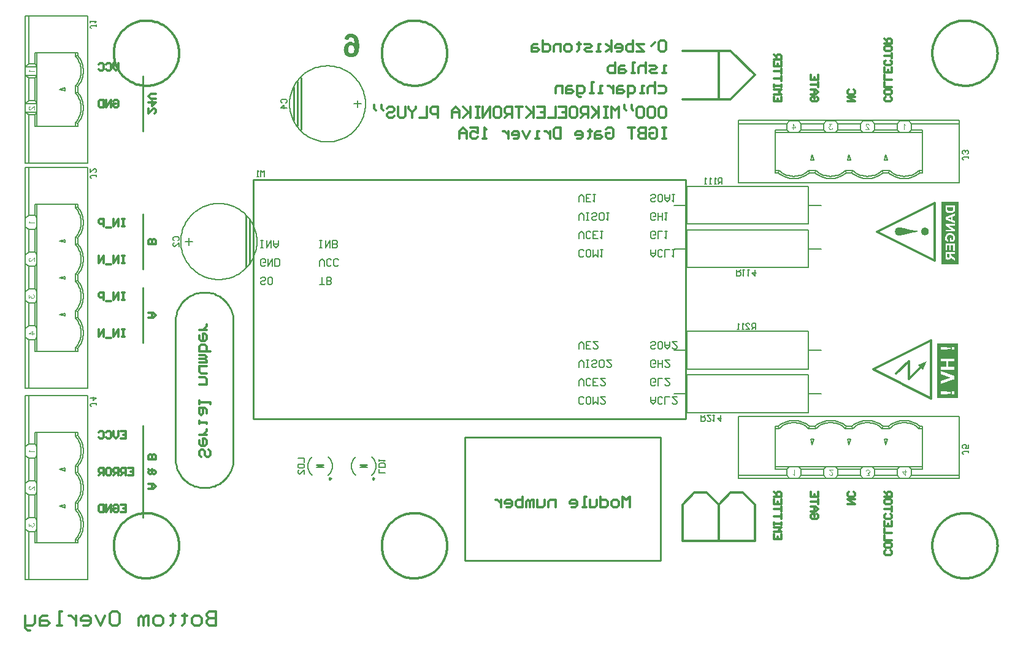
<source format=gbo>
G04*
G04 #@! TF.GenerationSoftware,Altium Limited,Altium Designer,22.5.1 (42)*
G04*
G04 Layer_Color=32896*
%FSLAX25Y25*%
%MOIN*%
G70*
G04*
G04 #@! TF.SameCoordinates,AD146B9C-557F-4D5F-B811-4A91A8D423AC*
G04*
G04*
G04 #@! TF.FilePolarity,Positive*
G04*
G01*
G75*
%ADD10C,0.01181*%
%ADD12C,0.00787*%
%ADD13C,0.00984*%
%ADD15C,0.01378*%
%ADD16C,0.01000*%
%ADD77C,0.00492*%
G36*
X491142Y120079D02*
X486221Y118110D01*
X489173Y115157D01*
X491142Y120079D01*
D02*
G37*
G36*
X178391Y298054D02*
X178738Y297999D01*
X179084Y297926D01*
X179393Y297835D01*
X179685Y297708D01*
X179976Y297580D01*
X180213Y297434D01*
X180450Y297307D01*
X180651Y297161D01*
X180833Y297015D01*
X180979Y296888D01*
X181106Y296760D01*
X181216Y296669D01*
X181288Y296596D01*
X181325Y296542D01*
X181343Y296523D01*
X181562Y296214D01*
X181762Y295867D01*
X181926Y295485D01*
X182072Y295102D01*
X182199Y294683D01*
X182309Y294264D01*
X182400Y293845D01*
X182455Y293444D01*
X182509Y293061D01*
X182546Y292697D01*
X182582Y292369D01*
X182600Y292078D01*
X182618Y291841D01*
Y291659D01*
Y291604D01*
Y291549D01*
Y291531D01*
Y291513D01*
X182600Y290893D01*
X182564Y290329D01*
X182509Y289800D01*
X182418Y289327D01*
X182327Y288871D01*
X182236Y288470D01*
X182126Y288124D01*
X181999Y287796D01*
X181890Y287523D01*
X181780Y287286D01*
X181689Y287085D01*
X181580Y286921D01*
X181507Y286794D01*
X181452Y286703D01*
X181416Y286648D01*
X181398Y286630D01*
X181161Y286375D01*
X180906Y286138D01*
X180651Y285938D01*
X180377Y285773D01*
X180122Y285628D01*
X179849Y285519D01*
X179594Y285409D01*
X179357Y285336D01*
X179120Y285282D01*
X178920Y285227D01*
X178719Y285209D01*
X178555Y285172D01*
X178428D01*
X178337Y285154D01*
X178246D01*
X177918Y285172D01*
X177608Y285209D01*
X177316Y285263D01*
X177043Y285336D01*
X176770Y285427D01*
X176533Y285519D01*
X176314Y285628D01*
X176114Y285737D01*
X175932Y285846D01*
X175786Y285956D01*
X175640Y286047D01*
X175531Y286138D01*
X175440Y286211D01*
X175385Y286265D01*
X175349Y286302D01*
X175330Y286320D01*
X175130Y286539D01*
X174948Y286794D01*
X174802Y287049D01*
X174674Y287304D01*
X174547Y287559D01*
X174456Y287814D01*
X174328Y288324D01*
X174274Y288543D01*
X174237Y288762D01*
X174219Y288944D01*
X174201Y289108D01*
X174183Y289254D01*
Y289345D01*
Y289418D01*
Y289436D01*
X174201Y289782D01*
X174237Y290092D01*
X174292Y290401D01*
X174347Y290675D01*
X174438Y290948D01*
X174529Y291185D01*
X174620Y291422D01*
X174729Y291622D01*
X174838Y291804D01*
X174930Y291968D01*
X175021Y292096D01*
X175112Y292223D01*
X175166Y292315D01*
X175221Y292369D01*
X175258Y292406D01*
X175276Y292424D01*
X175476Y292624D01*
X175695Y292807D01*
X175914Y292970D01*
X176132Y293098D01*
X176351Y293207D01*
X176569Y293298D01*
X176970Y293444D01*
X177152Y293499D01*
X177335Y293535D01*
X177480Y293553D01*
X177608Y293572D01*
X177717Y293590D01*
X177863D01*
X178118Y293572D01*
X178355Y293535D01*
X178574Y293499D01*
X178792Y293426D01*
X179175Y293244D01*
X179503Y293061D01*
X179758Y292861D01*
X179867Y292770D01*
X179958Y292679D01*
X180031Y292606D01*
X180086Y292570D01*
X180104Y292533D01*
X180122Y292515D01*
X180086Y292898D01*
X180049Y293262D01*
X180013Y293590D01*
X179958Y293881D01*
X179904Y294137D01*
X179849Y294373D01*
X179794Y294574D01*
X179721Y294756D01*
X179667Y294920D01*
X179630Y295047D01*
X179576Y295157D01*
X179539Y295230D01*
X179503Y295303D01*
X179466Y295339D01*
X179448Y295375D01*
X179248Y295612D01*
X179029Y295776D01*
X178811Y295904D01*
X178610Y295977D01*
X178428Y296031D01*
X178282Y296050D01*
X178191Y296068D01*
X178155D01*
X177954Y296050D01*
X177754Y296013D01*
X177590Y295958D01*
X177462Y295904D01*
X177353Y295831D01*
X177280Y295776D01*
X177225Y295740D01*
X177207Y295722D01*
X177080Y295576D01*
X176988Y295412D01*
X176897Y295230D01*
X176843Y295066D01*
X176806Y294902D01*
X176770Y294774D01*
X176752Y294701D01*
Y294665D01*
X174419Y294920D01*
X174547Y295467D01*
X174729Y295922D01*
X174930Y296323D01*
X175130Y296669D01*
X175330Y296924D01*
X175403Y297015D01*
X175494Y297106D01*
X175549Y297161D01*
X175604Y297216D01*
X175622Y297252D01*
X175640D01*
X175822Y297398D01*
X176005Y297526D01*
X176405Y297726D01*
X176806Y297872D01*
X177171Y297963D01*
X177499Y298036D01*
X177644Y298054D01*
X177772D01*
X177863Y298072D01*
X178009D01*
X178391Y298054D01*
D02*
G37*
G36*
X508082Y100108D02*
X496582D01*
Y129698D01*
X508082D01*
Y100108D01*
D02*
G37*
G36*
X490367Y192690D02*
X490585Y192635D01*
X490804Y192553D01*
X491078Y192444D01*
X491324Y192307D01*
X491570Y192088D01*
X491597Y192061D01*
X491652Y191979D01*
X491761Y191842D01*
X491870Y191678D01*
X491980Y191432D01*
X492089Y191186D01*
X492144Y190913D01*
X492171Y190585D01*
Y190448D01*
X492144Y190284D01*
X492089Y190065D01*
X492034Y189847D01*
X491925Y189573D01*
X491761Y189327D01*
X491570Y189081D01*
X491542Y189054D01*
X491460Y188999D01*
X491324Y188890D01*
X491132Y188780D01*
X490913Y188671D01*
X490667Y188562D01*
X490394Y188507D01*
X490066Y188480D01*
X490039D01*
X489929D01*
X489765Y188507D01*
X489546Y188562D01*
X489300Y188616D01*
X489054Y188726D01*
X488808Y188890D01*
X488562Y189081D01*
X488535Y189108D01*
X488453Y189190D01*
X488371Y189327D01*
X488234Y189491D01*
X488125Y189710D01*
X488043Y189983D01*
X487961Y190257D01*
X487933Y190585D01*
Y190721D01*
X487961Y190885D01*
X488015Y191104D01*
X488097Y191350D01*
X488207Y191596D01*
X488343Y191842D01*
X488562Y192088D01*
X488590Y192116D01*
X488672Y192198D01*
X488808Y192280D01*
X488972Y192417D01*
X489218Y192526D01*
X489465Y192608D01*
X489738Y192690D01*
X490066Y192717D01*
X490093D01*
X490203D01*
X490367Y192690D01*
D02*
G37*
G36*
X476259Y192717D02*
X476423D01*
X476587Y192690D01*
X476779Y192663D01*
X477025Y192635D01*
X477298Y192581D01*
X477599Y192526D01*
X477927Y192471D01*
X478310Y192389D01*
X478720Y192307D01*
X479157Y192198D01*
X479649Y192088D01*
X482493Y191378D01*
X482520D01*
X482547Y191350D01*
X482657D01*
X482766Y191323D01*
X482903Y191296D01*
X483067Y191268D01*
X483504Y191186D01*
X484024Y191104D01*
X484625Y191022D01*
X485336Y190940D01*
X486074Y190858D01*
Y190284D01*
X486047D01*
X485992D01*
X485910D01*
X485801Y190257D01*
X485664D01*
X485500Y190229D01*
X485063Y190175D01*
X484543Y190093D01*
X483942Y189983D01*
X483258Y189847D01*
X482493Y189682D01*
X479649Y188999D01*
X479622D01*
X479540Y188972D01*
X479403Y188944D01*
X479239Y188917D01*
X479021Y188862D01*
X478774Y188808D01*
X478228Y188698D01*
X477626Y188589D01*
X477025Y188480D01*
X476451Y188425D01*
X476205Y188398D01*
X475986D01*
X475931D01*
X475822D01*
X475630Y188425D01*
X475412Y188480D01*
X475138Y188534D01*
X474865Y188644D01*
X474619Y188780D01*
X474373Y188972D01*
X474345Y188999D01*
X474263Y189081D01*
X474181Y189218D01*
X474045Y189409D01*
X473935Y189628D01*
X473853Y189901D01*
X473771Y190202D01*
X473744Y190557D01*
Y190721D01*
X473771Y190885D01*
X473826Y191104D01*
X473908Y191350D01*
X474017Y191596D01*
X474154Y191870D01*
X474373Y192116D01*
X474400Y192143D01*
X474482Y192225D01*
X474619Y192307D01*
X474810Y192444D01*
X475029Y192553D01*
X475302Y192635D01*
X475603Y192717D01*
X475958Y192745D01*
X476013D01*
X476068D01*
X476150D01*
X476259Y192717D01*
D02*
G37*
G36*
X508347Y172772D02*
X499175D01*
Y206693D01*
X508347D01*
Y172772D01*
D02*
G37*
%LPC*%
G36*
X178355Y291804D02*
X178246D01*
X177991Y291786D01*
X177754Y291713D01*
X177553Y291622D01*
X177371Y291513D01*
X177225Y291404D01*
X177134Y291312D01*
X177061Y291240D01*
X177043Y291221D01*
X176879Y290985D01*
X176752Y290693D01*
X176679Y290383D01*
X176606Y290092D01*
X176569Y289818D01*
X176551Y289600D01*
Y289527D01*
Y289454D01*
Y289418D01*
Y289399D01*
X176569Y288980D01*
X176624Y288616D01*
X176697Y288324D01*
X176770Y288088D01*
X176861Y287905D01*
X176934Y287778D01*
X176988Y287687D01*
X177007Y287668D01*
X177189Y287504D01*
X177371Y287377D01*
X177571Y287286D01*
X177735Y287231D01*
X177900Y287195D01*
X178027Y287158D01*
X178136D01*
X178391Y287195D01*
X178628Y287268D01*
X178829Y287359D01*
X179011Y287486D01*
X179157Y287596D01*
X179284Y287705D01*
X179357Y287778D01*
X179375Y287796D01*
X179558Y288051D01*
X179685Y288343D01*
X179776Y288652D01*
X179831Y288944D01*
X179867Y289217D01*
X179904Y289418D01*
Y289509D01*
Y289563D01*
Y289600D01*
Y289618D01*
X179885Y290001D01*
X179831Y290329D01*
X179758Y290602D01*
X179667Y290839D01*
X179576Y291003D01*
X179503Y291130D01*
X179448Y291221D01*
X179430Y291240D01*
X179248Y291422D01*
X179047Y291567D01*
X178847Y291659D01*
X178665Y291732D01*
X178501Y291768D01*
X178355Y291804D01*
D02*
G37*
G36*
X506114Y127729D02*
Y127664D01*
X504660D01*
Y126210D01*
X506114D01*
Y126155D01*
X500332D01*
X504157Y126527D01*
Y127357D01*
X500332Y127729D01*
X498550D01*
Y126155D01*
X506114D01*
Y127729D01*
D02*
G37*
G36*
Y121444D02*
X498550D01*
Y115400D01*
X506114D01*
Y116930D01*
X502802D01*
Y119914D01*
X506114D01*
Y121444D01*
D02*
G37*
G36*
X498550Y114591D02*
Y112941D01*
X504146Y111017D01*
X498550Y109170D01*
Y107541D01*
X506114Y110230D01*
Y107541D01*
X498550D01*
X506114D01*
Y111881D01*
X498550Y114591D01*
D02*
G37*
G36*
X506114Y103650D02*
D01*
Y103585D01*
X504660D01*
Y102131D01*
X506114D01*
Y102076D01*
X500332D01*
X504157Y102448D01*
Y103279D01*
X500332Y103650D01*
X498550D01*
Y102076D01*
X506114D01*
Y103650D01*
D02*
G37*
%LPD*%
G36*
X501523Y116930D02*
X498550D01*
Y119914D01*
X501523D01*
Y116930D01*
D02*
G37*
%LPC*%
G36*
X506283Y204725D02*
X501239D01*
Y202712D01*
X501246Y202654D01*
X501253Y202516D01*
X501261Y202363D01*
X501282Y202202D01*
X501304Y202049D01*
X501341Y201911D01*
Y201903D01*
X501348Y201889D01*
X501355Y201867D01*
X501363Y201838D01*
X501399Y201750D01*
X501450Y201648D01*
X501516Y201532D01*
X501596Y201400D01*
X501691Y201276D01*
X501807Y201152D01*
Y201145D01*
X501822Y201138D01*
X501866Y201101D01*
X501938Y201043D01*
X502033Y200977D01*
X502150Y200897D01*
X502288Y200817D01*
X502449Y200737D01*
X502624Y200671D01*
X502631D01*
X502646Y200664D01*
X502675Y200657D01*
X502711Y200642D01*
X502755Y200635D01*
X502813Y200620D01*
X502879Y200606D01*
X502952Y200584D01*
X503032Y200569D01*
X503127Y200555D01*
X503222Y200540D01*
X503331Y200533D01*
X503557Y200511D01*
X503812Y200504D01*
X503914D01*
X503972Y200511D01*
X504031D01*
X504104Y200518D01*
X504184Y200525D01*
X504352Y200540D01*
X504527Y200569D01*
X504709Y200613D01*
X504884Y200664D01*
X504891D01*
X504906Y200671D01*
X504935Y200686D01*
X504978Y200700D01*
X505022Y200715D01*
X505073Y200744D01*
X505204Y200803D01*
X505343Y200875D01*
X505496Y200970D01*
X505642Y201080D01*
X505780Y201203D01*
X505795Y201218D01*
X505824Y201255D01*
X505868Y201313D01*
X505926Y201393D01*
X505992Y201495D01*
X506057Y201612D01*
X506123Y201758D01*
X506181Y201918D01*
Y201925D01*
X506189Y201933D01*
Y201954D01*
X506196Y201976D01*
X506211Y202056D01*
X506232Y202158D01*
X506254Y202282D01*
X506269Y202435D01*
X506276Y202618D01*
X506283Y202815D01*
Y200897D01*
Y204725D01*
D02*
G37*
G36*
Y200154D02*
X501239Y198200D01*
D01*
Y197121D01*
X506283Y195095D01*
Y200154D01*
D02*
G37*
G36*
Y194548D02*
X501239D01*
Y190538D01*
X506283D01*
Y191559D01*
X502959Y193607D01*
X506283D01*
Y194548D01*
D02*
G37*
G36*
X503746Y189642D02*
X503666D01*
X503615Y189634D01*
X503542D01*
X503462Y189627D01*
X503375Y189612D01*
X503273Y189598D01*
X503061Y189561D01*
X502821Y189503D01*
X502580Y189423D01*
X502463Y189372D01*
X502347Y189313D01*
X502340Y189306D01*
X502318Y189299D01*
X502288Y189277D01*
X502245Y189255D01*
X502194Y189219D01*
X502135Y189175D01*
X502070Y189124D01*
X501997Y189073D01*
X501924Y189007D01*
X501844Y188934D01*
X501764Y188854D01*
X501683Y188767D01*
X501611Y188672D01*
X501530Y188577D01*
X501399Y188351D01*
Y188344D01*
X501384Y188329D01*
X501377Y188300D01*
X501355Y188264D01*
X501341Y188213D01*
X501319Y188162D01*
X501297Y188089D01*
X501268Y188016D01*
X501246Y187936D01*
X501224Y187841D01*
X501202Y187739D01*
X501180Y187637D01*
X501151Y187404D01*
X501144Y187141D01*
Y187054D01*
X501151Y186988D01*
X501159Y186908D01*
X501166Y186813D01*
X501173Y186711D01*
X501195Y186602D01*
X501239Y186368D01*
X501312Y186128D01*
X501355Y186004D01*
X501406Y185887D01*
X501465Y185778D01*
X501538Y185676D01*
X501545Y185669D01*
X501552Y185654D01*
X501581Y185625D01*
X501611Y185588D01*
X501647Y185545D01*
X501698Y185501D01*
X501756Y185450D01*
X501822Y185391D01*
X501895Y185333D01*
X501975Y185275D01*
X502062Y185216D01*
X502165Y185166D01*
X502267Y185107D01*
X502376Y185063D01*
X502500Y185020D01*
X502624Y184991D01*
X502813Y186004D01*
X502806D01*
X502799Y186011D01*
X502755Y186026D01*
X502689Y186055D01*
X502602Y186099D01*
X502507Y186150D01*
X502412Y186223D01*
X502318Y186310D01*
X502230Y186412D01*
X502223Y186427D01*
X502194Y186463D01*
X502157Y186529D01*
X502121Y186609D01*
X502077Y186718D01*
X502048Y186842D01*
X502019Y186981D01*
X502011Y187141D01*
Y187207D01*
X502019Y187250D01*
X502026Y187309D01*
X502033Y187374D01*
X502048Y187447D01*
X502062Y187528D01*
X502113Y187695D01*
X502150Y187783D01*
X502194Y187870D01*
X502245Y187958D01*
X502296Y188045D01*
X502369Y188125D01*
X502442Y188205D01*
X502449Y188213D01*
X502463Y188220D01*
X502485Y188242D01*
X502522Y188264D01*
X502565Y188293D01*
X502617Y188329D01*
X502682Y188366D01*
X502755Y188395D01*
X502843Y188431D01*
X502937Y188468D01*
X503039Y188504D01*
X503149Y188533D01*
X503273Y188555D01*
X503411Y188577D01*
X503550Y188584D01*
X503703Y188592D01*
X503710D01*
X503739D01*
X503790D01*
X503849Y188584D01*
X503929Y188577D01*
X504009Y188570D01*
X504111Y188555D01*
X504213Y188541D01*
X504432Y188497D01*
X504658Y188424D01*
X504767Y188380D01*
X504869Y188329D01*
X504971Y188264D01*
X505059Y188198D01*
X505066Y188191D01*
X505081Y188176D01*
X505102Y188154D01*
X505131Y188125D01*
X505161Y188082D01*
X505204Y188038D01*
X505241Y187979D01*
X505285Y187914D01*
X505328Y187841D01*
X505365Y187768D01*
X505438Y187586D01*
X505467Y187484D01*
X505489Y187382D01*
X505503Y187265D01*
X505511Y187148D01*
Y187090D01*
X505503Y187032D01*
X505496Y186944D01*
X505481Y186849D01*
X505460Y186740D01*
X505430Y186624D01*
X505387Y186507D01*
Y186500D01*
X505379Y186492D01*
X505365Y186456D01*
X505336Y186390D01*
X505299Y186317D01*
X505256Y186230D01*
X505204Y186135D01*
X505146Y186040D01*
X505081Y185953D01*
X504432D01*
Y187119D01*
X503579D01*
Y184925D01*
X501144D01*
Y186981D01*
Y184925D01*
X505605D01*
X505620Y184940D01*
X505635Y184961D01*
X505656Y184983D01*
X505686Y185020D01*
X505715Y185056D01*
X505788Y185158D01*
X505868Y185297D01*
X505963Y185457D01*
X506057Y185639D01*
X506145Y185858D01*
Y185865D01*
X506152Y185887D01*
X506167Y185916D01*
X506181Y185960D01*
X506196Y186018D01*
X506218Y186084D01*
X506240Y186157D01*
X506261Y186237D01*
X506305Y186419D01*
X506342Y186631D01*
X506371Y186849D01*
X506378Y187083D01*
Y187163D01*
X506371Y187214D01*
Y187287D01*
X506364Y187367D01*
X506349Y187455D01*
X506334Y187557D01*
X506298Y187768D01*
X506240Y188001D01*
X506159Y188242D01*
X506108Y188351D01*
X506050Y188468D01*
X506043Y188475D01*
X506036Y188490D01*
X506014Y188526D01*
X505984Y188563D01*
X505955Y188614D01*
X505912Y188665D01*
X505861Y188730D01*
X505802Y188796D01*
X505671Y188942D01*
X505503Y189087D01*
X505314Y189226D01*
X505095Y189350D01*
X505088D01*
X505066Y189365D01*
X505029Y189379D01*
X504986Y189394D01*
X504927Y189416D01*
X504862Y189445D01*
X504782Y189467D01*
X504694Y189496D01*
X504599Y189525D01*
X504490Y189547D01*
X504264Y189598D01*
X504016Y189627D01*
X503746Y189642D01*
D02*
G37*
G36*
X506283Y183977D02*
X501239D01*
Y180143D01*
Y180237D01*
X502092D01*
Y182957D01*
X503207D01*
Y180427D01*
X504060D01*
Y182957D01*
X505430D01*
Y180143D01*
X501239D01*
X506283D01*
Y183977D01*
D02*
G37*
G36*
Y179275D02*
X501239D01*
Y174741D01*
Y177001D01*
X501246Y176935D01*
Y176855D01*
X501253Y176775D01*
Y176680D01*
X501275Y176490D01*
X501297Y176294D01*
X501333Y176111D01*
X501355Y176031D01*
X501377Y175958D01*
Y175951D01*
X501384Y175944D01*
X501406Y175900D01*
X501443Y175834D01*
X501486Y175747D01*
X501559Y175652D01*
X501640Y175557D01*
X501742Y175462D01*
X501866Y175375D01*
X501873D01*
X501880Y175368D01*
X501902Y175353D01*
X501924Y175339D01*
X501997Y175302D01*
X502092Y175258D01*
X502208Y175222D01*
X502340Y175186D01*
X502493Y175156D01*
X502653Y175149D01*
X502660D01*
X502675D01*
X502711D01*
X502748Y175156D01*
X502799D01*
X502850Y175164D01*
X502981Y175193D01*
X503134Y175229D01*
X503287Y175288D01*
X503447Y175375D01*
X503520Y175426D01*
X503593Y175484D01*
X503601Y175492D01*
X503608Y175499D01*
X503630Y175521D01*
X503652Y175550D01*
X503681Y175579D01*
X503717Y175623D01*
X503754Y175674D01*
X503790Y175732D01*
X503834Y175798D01*
X503870Y175878D01*
X503907Y175958D01*
X503943Y176046D01*
X503980Y176148D01*
X504009Y176250D01*
X504038Y176359D01*
X504060Y176483D01*
Y176476D01*
X504067Y176469D01*
X504096Y176425D01*
X504133Y176366D01*
X504184Y176294D01*
X504249Y176206D01*
X504315Y176119D01*
X504395Y176024D01*
X504483Y175944D01*
X504490Y175936D01*
X504527Y175900D01*
X504585Y175856D01*
X504672Y175791D01*
X504782Y175703D01*
X504854Y175659D01*
X504927Y175608D01*
X505008Y175550D01*
X505095Y175492D01*
X505197Y175426D01*
X505299Y175361D01*
X506283Y174741D01*
Y175965D01*
X505190Y176695D01*
X505183Y176702D01*
X505161Y176709D01*
X505131Y176731D01*
X505095Y176760D01*
X505051Y176789D01*
X504993Y176826D01*
X504876Y176906D01*
X504745Y177001D01*
X504629Y177088D01*
X504519Y177168D01*
X504483Y177205D01*
X504446Y177234D01*
X504439Y177241D01*
X504424Y177256D01*
X504395Y177285D01*
X504359Y177322D01*
X504330Y177373D01*
X504293Y177424D01*
X504264Y177482D01*
X504235Y177540D01*
Y177548D01*
X504228Y177569D01*
X504213Y177606D01*
X504206Y177664D01*
X504191Y177737D01*
X504184Y177824D01*
X504177Y177927D01*
Y178255D01*
X506283D01*
Y179275D01*
D02*
G37*
%LPD*%
G36*
X505430Y202807D02*
X505423Y202712D01*
Y202610D01*
X505409Y202508D01*
X505401Y202414D01*
X505387Y202333D01*
Y202319D01*
X505372Y202290D01*
X505358Y202246D01*
X505336Y202188D01*
X505306Y202122D01*
X505270Y202056D01*
X505226Y201991D01*
X505175Y201925D01*
X505168Y201918D01*
X505146Y201896D01*
X505110Y201867D01*
X505059Y201830D01*
X504993Y201794D01*
X504913Y201743D01*
X504811Y201707D01*
X504694Y201663D01*
X504687D01*
X504680Y201656D01*
X504658D01*
X504629Y201648D01*
X504599Y201634D01*
X504556Y201626D01*
X504446Y201605D01*
X504315Y201590D01*
X504162Y201568D01*
X503972Y201561D01*
X503768Y201553D01*
X503761D01*
X503739D01*
X503710D01*
X503674D01*
X503622D01*
X503564Y201561D01*
X503440Y201568D01*
X503295Y201583D01*
X503141Y201597D01*
X503003Y201626D01*
X502872Y201663D01*
X502864D01*
X502857Y201670D01*
X502821Y201685D01*
X502762Y201707D01*
X502689Y201736D01*
X502617Y201779D01*
X502536Y201830D01*
X502456Y201889D01*
X502383Y201954D01*
X502376Y201962D01*
X502354Y201983D01*
X502325Y202027D01*
X502288Y202078D01*
X502245Y202151D01*
X502208Y202231D01*
X502172Y202319D01*
X502143Y202421D01*
Y202428D01*
X502135Y202465D01*
X502128Y202523D01*
X502113Y202603D01*
Y202654D01*
X502106Y202720D01*
Y202785D01*
X502099Y202858D01*
Y202946D01*
X502092Y203041D01*
Y203704D01*
X505430D01*
Y202807D01*
D02*
G37*
G36*
X504286Y196961D02*
X502412Y197668D01*
X504286Y198353D01*
Y196961D01*
D02*
G37*
G36*
X506283Y196195D02*
X505139Y196633D01*
Y198659D01*
X506283Y199075D01*
Y196195D01*
D02*
G37*
G36*
X504636Y191479D02*
X501239D01*
Y193564D01*
X504636Y191479D01*
D02*
G37*
G36*
X503375Y177263D02*
X503367Y177117D01*
X503360Y176964D01*
X503353Y176811D01*
X503345Y176746D01*
X503338Y176687D01*
X503324Y176629D01*
X503316Y176593D01*
Y176585D01*
X503302Y176563D01*
X503287Y176527D01*
X503265Y176490D01*
X503200Y176396D01*
X503156Y176352D01*
X503105Y176308D01*
X503098Y176301D01*
X503076Y176294D01*
X503047Y176272D01*
X503003Y176250D01*
X502945Y176235D01*
X502879Y176213D01*
X502806Y176206D01*
X502726Y176199D01*
X502711D01*
X502682D01*
X502638Y176206D01*
X502580Y176213D01*
X502514Y176235D01*
X502449Y176257D01*
X502376Y176294D01*
X502318Y176337D01*
X502310Y176345D01*
X502288Y176359D01*
X502267Y176396D01*
X502230Y176439D01*
X502194Y176490D01*
X502165Y176556D01*
X502135Y176636D01*
X502113Y176724D01*
Y176731D01*
X502106Y176753D01*
Y176797D01*
X502099Y176862D01*
Y177023D01*
X502092Y177088D01*
Y178255D01*
X503375D01*
Y177263D01*
D02*
G37*
D10*
X84646Y287402D02*
X84617Y288404D01*
X84532Y289403D01*
X84391Y290396D01*
X84193Y291379D01*
X83941Y292349D01*
X83634Y293304D01*
X83273Y294239D01*
X82860Y295153D01*
X82396Y296042D01*
X81882Y296903D01*
X81321Y297734D01*
X80713Y298532D01*
X80062Y299293D01*
X79368Y300017D01*
X78634Y300701D01*
X77863Y301342D01*
X77057Y301938D01*
X76218Y302488D01*
X75350Y302989D01*
X74454Y303440D01*
X73535Y303840D01*
X72594Y304188D01*
X71636Y304482D01*
X70662Y304720D01*
X69676Y304904D01*
X68681Y305031D01*
X67681Y305102D01*
X66678Y305116D01*
X65677Y305074D01*
X64679Y304975D01*
X63688Y304819D01*
X62708Y304608D01*
X61741Y304342D01*
X60791Y304021D01*
X59861Y303647D01*
X58953Y303221D01*
X58071Y302745D01*
X57217Y302219D01*
X56394Y301646D01*
X55605Y301027D01*
X54853Y300364D01*
X54139Y299660D01*
X53465Y298917D01*
X52836Y298137D01*
X52251Y297322D01*
X51713Y296476D01*
X51224Y295601D01*
X50785Y294699D01*
X50398Y293774D01*
X50064Y292829D01*
X49784Y291866D01*
X49559Y290889D01*
X49390Y289900D01*
X49276Y288904D01*
X49220Y287903D01*
X49220Y286900D01*
X49276Y285899D01*
X49390Y284903D01*
X49559Y283914D01*
X49784Y282937D01*
X50064Y281975D01*
X50398Y281029D01*
X50785Y280104D01*
X51224Y279203D01*
X51713Y278327D01*
X52251Y277481D01*
X52836Y276666D01*
X53465Y275886D01*
X54138Y275143D01*
X54853Y274439D01*
X55605Y273776D01*
X56394Y273158D01*
X57217Y272584D01*
X58071Y272059D01*
X58953Y271582D01*
X59861Y271156D01*
X60791Y270782D01*
X61741Y270462D01*
X62708Y270195D01*
X63688Y269984D01*
X64679Y269829D01*
X65677Y269729D01*
X66678Y269687D01*
X67681Y269701D01*
X68681Y269772D01*
X69676Y269899D01*
X70662Y270083D01*
X71636Y270322D01*
X72594Y270615D01*
X73535Y270963D01*
X74454Y271363D01*
X75350Y271814D01*
X76218Y272315D01*
X77057Y272865D01*
X77863Y273461D01*
X78634Y274102D01*
X79368Y274786D01*
X80062Y275510D01*
X80713Y276272D01*
X81321Y277069D01*
X81882Y277900D01*
X82396Y278761D01*
X82860Y279650D01*
X83273Y280564D01*
X83634Y281500D01*
X83941Y282454D01*
X84193Y283424D01*
X84391Y284407D01*
X84532Y285400D01*
X84617Y286399D01*
X84646Y287402D01*
X230315D02*
X230287Y288404D01*
X230202Y289403D01*
X230060Y290396D01*
X229863Y291379D01*
X229610Y292349D01*
X229303Y293304D01*
X228942Y294239D01*
X228529Y295153D01*
X228065Y296042D01*
X227552Y296903D01*
X226990Y297734D01*
X226382Y298532D01*
X225731Y299293D01*
X225037Y300017D01*
X224303Y300701D01*
X223532Y301342D01*
X222726Y301938D01*
X221887Y302488D01*
X221019Y302989D01*
X220124Y303440D01*
X219204Y303840D01*
X218264Y304188D01*
X217305Y304482D01*
X216331Y304720D01*
X215345Y304904D01*
X214351Y305031D01*
X213350Y305102D01*
X212348Y305116D01*
X211346Y305074D01*
X210348Y304975D01*
X209358Y304819D01*
X208377Y304608D01*
X207411Y304342D01*
X206461Y304021D01*
X205530Y303647D01*
X204622Y303221D01*
X203740Y302745D01*
X202886Y302219D01*
X202064Y301646D01*
X201275Y301027D01*
X200522Y300364D01*
X199808Y299660D01*
X199135Y298917D01*
X198505Y298137D01*
X197920Y297322D01*
X197382Y296476D01*
X196893Y295601D01*
X196455Y294699D01*
X196068Y293774D01*
X195734Y292829D01*
X195454Y291866D01*
X195228Y290889D01*
X195059Y289900D01*
X194946Y288904D01*
X194889Y287903D01*
X194889Y286900D01*
X194946Y285899D01*
X195059Y284903D01*
X195228Y283914D01*
X195454Y282937D01*
X195734Y281975D01*
X196068Y281029D01*
X196455Y280104D01*
X196893Y279203D01*
X197382Y278327D01*
X197920Y277481D01*
X198505Y276666D01*
X199135Y275886D01*
X199808Y275143D01*
X200522Y274439D01*
X201275Y273776D01*
X202064Y273158D01*
X202886Y272584D01*
X203740Y272059D01*
X204622Y271582D01*
X205530Y271156D01*
X206460Y270782D01*
X207411Y270462D01*
X208377Y270195D01*
X209358Y269984D01*
X210348Y269829D01*
X211346Y269729D01*
X212348Y269687D01*
X213350Y269701D01*
X214351Y269772D01*
X215345Y269899D01*
X216331Y270083D01*
X217305Y270322D01*
X218264Y270615D01*
X219204Y270963D01*
X220124Y271363D01*
X221019Y271814D01*
X221887Y272315D01*
X222726Y272865D01*
X223532Y273461D01*
X224303Y274102D01*
X225037Y274786D01*
X225731Y275510D01*
X226382Y276272D01*
X226990Y277069D01*
X227552Y277900D01*
X228065Y278761D01*
X228529Y279650D01*
X228942Y280564D01*
X229303Y281500D01*
X229610Y282454D01*
X229863Y283424D01*
X230060Y284407D01*
X230202Y285400D01*
X230287Y286399D01*
X230315Y287402D01*
X529528D02*
X529499Y288404D01*
X529414Y289403D01*
X529273Y290396D01*
X529075Y291379D01*
X528823Y292349D01*
X528515Y293304D01*
X528155Y294239D01*
X527742Y295153D01*
X527278Y296042D01*
X526764Y296903D01*
X526203Y297734D01*
X525595Y298532D01*
X524943Y299293D01*
X524250Y300017D01*
X523516Y300701D01*
X522745Y301342D01*
X521939Y301938D01*
X521100Y302488D01*
X520231Y302989D01*
X519336Y303440D01*
X518417Y303840D01*
X517476Y304188D01*
X516517Y304482D01*
X515544Y304720D01*
X514558Y304904D01*
X513563Y305031D01*
X512563Y305102D01*
X511560Y305116D01*
X510559Y305074D01*
X509561Y304975D01*
X508570Y304819D01*
X507590Y304608D01*
X506623Y304342D01*
X505673Y304021D01*
X504743Y303647D01*
X503835Y303221D01*
X502953Y302745D01*
X502099Y302219D01*
X501276Y301646D01*
X500487Y301027D01*
X499734Y300364D01*
X499020Y299660D01*
X498347Y298917D01*
X497718Y298137D01*
X497133Y297322D01*
X496595Y296476D01*
X496106Y295601D01*
X495667Y294699D01*
X495280Y293774D01*
X494946Y292829D01*
X494666Y291866D01*
X494441Y290889D01*
X494272Y289900D01*
X494158Y288904D01*
X494102Y287903D01*
X494102Y286900D01*
X494158Y285899D01*
X494272Y284903D01*
X494441Y283914D01*
X494666Y282937D01*
X494946Y281975D01*
X495280Y281029D01*
X495667Y280104D01*
X496106Y279203D01*
X496595Y278327D01*
X497133Y277481D01*
X497718Y276666D01*
X498347Y275886D01*
X499020Y275143D01*
X499734Y274439D01*
X500487Y273776D01*
X501276Y273158D01*
X502099Y272584D01*
X502953Y272059D01*
X503835Y271582D01*
X504743Y271156D01*
X505673Y270782D01*
X506623Y270462D01*
X507590Y270195D01*
X508570Y269984D01*
X509561Y269829D01*
X510559Y269729D01*
X511560Y269687D01*
X512563Y269701D01*
X513563Y269772D01*
X514558Y269899D01*
X515544Y270083D01*
X516517Y270322D01*
X517476Y270615D01*
X518417Y270963D01*
X519336Y271363D01*
X520232Y271814D01*
X521100Y272315D01*
X521939Y272865D01*
X522745Y273461D01*
X523516Y274102D01*
X524250Y274786D01*
X524943Y275510D01*
X525595Y276272D01*
X526203Y277069D01*
X526764Y277900D01*
X527278Y278761D01*
X527742Y279650D01*
X528155Y280564D01*
X528516Y281500D01*
X528823Y282454D01*
X529075Y283424D01*
X529273Y284407D01*
X529414Y285400D01*
X529499Y286399D01*
X529528Y287402D01*
Y19685D02*
X529499Y20687D01*
X529414Y21687D01*
X529273Y22679D01*
X529075Y23662D01*
X528823Y24633D01*
X528515Y25587D01*
X528155Y26523D01*
X527742Y27436D01*
X527278Y28325D01*
X526764Y29186D01*
X526203Y30017D01*
X525595Y30815D01*
X524943Y31577D01*
X524250Y32301D01*
X523516Y32984D01*
X522745Y33625D01*
X521939Y34222D01*
X521100Y34771D01*
X520231Y35273D01*
X519336Y35724D01*
X518417Y36124D01*
X517476Y36471D01*
X516517Y36765D01*
X515544Y37004D01*
X514558Y37187D01*
X513563Y37315D01*
X512563Y37386D01*
X511560Y37400D01*
X510559Y37357D01*
X509561Y37258D01*
X508570Y37103D01*
X507590Y36891D01*
X506623Y36625D01*
X505673Y36304D01*
X504743Y35930D01*
X503835Y35505D01*
X502953Y35028D01*
X502099Y34502D01*
X501276Y33929D01*
X500487Y33310D01*
X499734Y32648D01*
X499020Y31944D01*
X498347Y31201D01*
X497718Y30420D01*
X497133Y29606D01*
X496595Y28760D01*
X496106Y27884D01*
X495667Y26983D01*
X495280Y26057D01*
X494946Y25112D01*
X494666Y24149D01*
X494441Y23172D01*
X494272Y22184D01*
X494158Y21188D01*
X494102Y20186D01*
X494102Y19184D01*
X494158Y18183D01*
X494272Y17186D01*
X494441Y16198D01*
X494666Y15221D01*
X494946Y14258D01*
X495280Y13313D01*
X495667Y12388D01*
X496106Y11486D01*
X496595Y10611D01*
X497133Y9764D01*
X497718Y8950D01*
X498347Y8170D01*
X499020Y7426D01*
X499734Y6722D01*
X500487Y6060D01*
X501276Y5441D01*
X502099Y4868D01*
X502953Y4342D01*
X503835Y3866D01*
X504743Y3440D01*
X505673Y3066D01*
X506623Y2745D01*
X507590Y2479D01*
X508570Y2268D01*
X509561Y2112D01*
X510559Y2013D01*
X511560Y1970D01*
X512563Y1984D01*
X513563Y2055D01*
X514558Y2183D01*
X515544Y2366D01*
X516517Y2605D01*
X517476Y2899D01*
X518417Y3246D01*
X519336Y3646D01*
X520232Y4098D01*
X521100Y4599D01*
X521939Y5149D01*
X522745Y5745D01*
X523516Y6386D01*
X524250Y7069D01*
X524943Y7793D01*
X525595Y8555D01*
X526203Y9353D01*
X526764Y10184D01*
X527278Y11045D01*
X527742Y11934D01*
X528155Y12847D01*
X528516Y13783D01*
X528823Y14738D01*
X529075Y15708D01*
X529273Y16691D01*
X529414Y17684D01*
X529499Y18683D01*
X529528Y19685D01*
X230315D02*
X230287Y20687D01*
X230202Y21687D01*
X230060Y22679D01*
X229863Y23662D01*
X229610Y24633D01*
X229303Y25587D01*
X228942Y26523D01*
X228529Y27436D01*
X228065Y28325D01*
X227552Y29186D01*
X226990Y30017D01*
X226382Y30815D01*
X225731Y31577D01*
X225037Y32301D01*
X224303Y32984D01*
X223532Y33625D01*
X222726Y34222D01*
X221887Y34771D01*
X221019Y35273D01*
X220124Y35724D01*
X219204Y36124D01*
X218264Y36471D01*
X217305Y36765D01*
X216331Y37004D01*
X215345Y37187D01*
X214351Y37315D01*
X213350Y37386D01*
X212348Y37400D01*
X211346Y37357D01*
X210348Y37258D01*
X209358Y37103D01*
X208377Y36891D01*
X207411Y36625D01*
X206461Y36304D01*
X205530Y35930D01*
X204622Y35505D01*
X203740Y35028D01*
X202886Y34502D01*
X202064Y33929D01*
X201275Y33310D01*
X200522Y32648D01*
X199808Y31944D01*
X199135Y31201D01*
X198505Y30420D01*
X197920Y29606D01*
X197382Y28760D01*
X196893Y27884D01*
X196455Y26983D01*
X196068Y26057D01*
X195734Y25112D01*
X195454Y24149D01*
X195228Y23172D01*
X195059Y22184D01*
X194946Y21188D01*
X194889Y20186D01*
X194889Y19184D01*
X194946Y18183D01*
X195059Y17186D01*
X195228Y16198D01*
X195454Y15221D01*
X195734Y14258D01*
X196068Y13313D01*
X196455Y12388D01*
X196893Y11486D01*
X197382Y10611D01*
X197920Y9764D01*
X198505Y8950D01*
X199135Y8170D01*
X199808Y7426D01*
X200522Y6722D01*
X201275Y6060D01*
X202064Y5441D01*
X202886Y4868D01*
X203740Y4342D01*
X204622Y3866D01*
X205530Y3440D01*
X206460Y3066D01*
X207411Y2745D01*
X208377Y2479D01*
X209358Y2268D01*
X210348Y2112D01*
X211346Y2013D01*
X212348Y1970D01*
X213350Y1984D01*
X214351Y2055D01*
X215345Y2183D01*
X216331Y2366D01*
X217305Y2605D01*
X218264Y2899D01*
X219204Y3246D01*
X220124Y3646D01*
X221019Y4098D01*
X221887Y4599D01*
X222726Y5149D01*
X223532Y5745D01*
X224303Y6386D01*
X225037Y7069D01*
X225731Y7793D01*
X226382Y8555D01*
X226990Y9353D01*
X227552Y10184D01*
X228065Y11045D01*
X228529Y11934D01*
X228942Y12847D01*
X229303Y13783D01*
X229610Y14738D01*
X229863Y15708D01*
X230060Y16691D01*
X230202Y17684D01*
X230287Y18683D01*
X230315Y19685D01*
X84646D02*
X84617Y20687D01*
X84532Y21687D01*
X84391Y22679D01*
X84193Y23662D01*
X83941Y24633D01*
X83634Y25587D01*
X83273Y26523D01*
X82860Y27436D01*
X82396Y28325D01*
X81882Y29186D01*
X81321Y30017D01*
X80713Y30815D01*
X80062Y31577D01*
X79368Y32301D01*
X78634Y32984D01*
X77863Y33625D01*
X77057Y34222D01*
X76218Y34771D01*
X75350Y35273D01*
X74454Y35724D01*
X73535Y36124D01*
X72594Y36471D01*
X71636Y36765D01*
X70662Y37004D01*
X69676Y37187D01*
X68681Y37315D01*
X67681Y37386D01*
X66678Y37400D01*
X65677Y37357D01*
X64679Y37258D01*
X63688Y37103D01*
X62708Y36891D01*
X61741Y36625D01*
X60791Y36304D01*
X59861Y35930D01*
X58953Y35505D01*
X58071Y35028D01*
X57217Y34502D01*
X56394Y33929D01*
X55605Y33310D01*
X54853Y32648D01*
X54139Y31944D01*
X53465Y31201D01*
X52836Y30420D01*
X52251Y29606D01*
X51713Y28760D01*
X51224Y27884D01*
X50785Y26983D01*
X50398Y26057D01*
X50064Y25112D01*
X49784Y24149D01*
X49559Y23172D01*
X49390Y22184D01*
X49276Y21188D01*
X49220Y20186D01*
X49220Y19184D01*
X49276Y18183D01*
X49390Y17186D01*
X49559Y16198D01*
X49784Y15221D01*
X50064Y14258D01*
X50398Y13313D01*
X50785Y12388D01*
X51224Y11486D01*
X51713Y10611D01*
X52251Y9764D01*
X52836Y8950D01*
X53465Y8170D01*
X54138Y7426D01*
X54853Y6722D01*
X55605Y6060D01*
X56394Y5441D01*
X57217Y4868D01*
X58071Y4342D01*
X58953Y3866D01*
X59861Y3440D01*
X60791Y3066D01*
X61741Y2745D01*
X62708Y2479D01*
X63688Y2268D01*
X64679Y2112D01*
X65677Y2013D01*
X66678Y1970D01*
X67681Y1984D01*
X68681Y2055D01*
X69676Y2183D01*
X70662Y2366D01*
X71636Y2605D01*
X72594Y2899D01*
X73535Y3246D01*
X74454Y3646D01*
X75350Y4098D01*
X76218Y4599D01*
X77057Y5149D01*
X77863Y5745D01*
X78634Y6386D01*
X79368Y7069D01*
X80062Y7793D01*
X80713Y8555D01*
X81321Y9353D01*
X81882Y10184D01*
X82396Y11045D01*
X82860Y11934D01*
X83273Y12847D01*
X83634Y13783D01*
X83941Y14738D01*
X84193Y15708D01*
X84391Y16691D01*
X84532Y17684D01*
X84617Y18683D01*
X84646Y19685D01*
X329528Y40551D02*
Y46455D01*
X327560Y44487D01*
X325592Y46455D01*
Y40551D01*
X322640D02*
X320672D01*
X319688Y41535D01*
Y43503D01*
X320672Y44487D01*
X322640D01*
X323624Y43503D01*
Y41535D01*
X322640Y40551D01*
X313785Y46455D02*
Y40551D01*
X316736D01*
X317720Y41535D01*
Y43503D01*
X316736Y44487D01*
X313785D01*
X311817D02*
Y41535D01*
X310833Y40551D01*
X307881D01*
Y44487D01*
X305913Y40551D02*
X303945D01*
X304929D01*
Y46455D01*
X305913D01*
X298042Y40551D02*
X300010D01*
X300993Y41535D01*
Y43503D01*
X300010Y44487D01*
X298042D01*
X297058Y43503D01*
Y42519D01*
X300993D01*
X289186Y40551D02*
Y44487D01*
X286234D01*
X285251Y43503D01*
Y40551D01*
X283283Y44487D02*
Y41535D01*
X282299Y40551D01*
X279347D01*
Y44487D01*
X277379Y40551D02*
Y44487D01*
X276395D01*
X275411Y43503D01*
Y40551D01*
Y43503D01*
X274427Y44487D01*
X273443Y43503D01*
Y40551D01*
X271476Y46455D02*
Y40551D01*
X268524D01*
X267540Y41535D01*
Y42519D01*
Y43503D01*
X268524Y44487D01*
X271476D01*
X262620Y40551D02*
X264588D01*
X265572Y41535D01*
Y43503D01*
X264588Y44487D01*
X262620D01*
X261636Y43503D01*
Y42519D01*
X265572D01*
X259668Y44487D02*
Y40551D01*
Y42519D01*
X258684Y43503D01*
X257700Y44487D01*
X256716D01*
X100589Y72046D02*
X101573Y71062D01*
Y69094D01*
X100589Y68110D01*
X99605D01*
X98621Y69094D01*
Y71062D01*
X97637Y72046D01*
X96653D01*
X95669Y71062D01*
Y69094D01*
X96653Y68110D01*
X95669Y76966D02*
Y74998D01*
X96653Y74014D01*
X98621D01*
X99605Y74998D01*
Y76966D01*
X98621Y77950D01*
X97637D01*
Y74014D01*
X99605Y79917D02*
X95669D01*
X97637D01*
X98621Y80901D01*
X99605Y81885D01*
Y82869D01*
X95669Y85821D02*
Y87789D01*
Y86805D01*
X99605D01*
Y85821D01*
Y91725D02*
Y93692D01*
X98621Y94676D01*
X95669D01*
Y91725D01*
X96653Y90741D01*
X97637Y91725D01*
Y94676D01*
X95669Y96644D02*
Y98612D01*
Y97628D01*
X101573D01*
Y96644D01*
X95669Y107468D02*
X99605D01*
Y110419D01*
X98621Y111403D01*
X95669D01*
X99605Y113371D02*
X96653D01*
X95669Y114355D01*
Y117307D01*
X99605D01*
X95669Y119275D02*
X99605D01*
Y120259D01*
X98621Y121243D01*
X95669D01*
X98621D01*
X99605Y122227D01*
X98621Y123211D01*
X95669D01*
X101573Y125178D02*
X95669D01*
Y128130D01*
X96653Y129114D01*
X97637D01*
X98621D01*
X99605Y128130D01*
Y125178D01*
X95669Y134034D02*
Y132066D01*
X96653Y131082D01*
X98621D01*
X99605Y132066D01*
Y134034D01*
X98621Y135018D01*
X97637D01*
Y131082D01*
X99605Y136986D02*
X95669D01*
X97637D01*
X98621Y137970D01*
X99605Y138953D01*
Y139937D01*
X349213Y247046D02*
X347245D01*
X348229D01*
Y241143D01*
X349213D01*
X347245D01*
X340357Y246062D02*
X341341Y247046D01*
X343309D01*
X344293Y246062D01*
Y242127D01*
X343309Y241143D01*
X341341D01*
X340357Y242127D01*
Y244094D01*
X342325D01*
X338389Y247046D02*
Y241143D01*
X335437D01*
X334454Y242127D01*
Y243111D01*
X335437Y244094D01*
X338389D01*
X335437D01*
X334454Y245078D01*
Y246062D01*
X335437Y247046D01*
X338389D01*
X332486D02*
X328550D01*
X330518D01*
Y241143D01*
X316743Y246062D02*
X317727Y247046D01*
X319695D01*
X320678Y246062D01*
Y242127D01*
X319695Y241143D01*
X317727D01*
X316743Y242127D01*
Y244094D01*
X318711D01*
X313791Y245078D02*
X311823D01*
X310839Y244094D01*
Y241143D01*
X313791D01*
X314775Y242127D01*
X313791Y243111D01*
X310839D01*
X307887Y246062D02*
Y245078D01*
X308871D01*
X306904D01*
X307887D01*
Y242127D01*
X306904Y241143D01*
X301000D02*
X302968D01*
X303952Y242127D01*
Y244094D01*
X302968Y245078D01*
X301000D01*
X300016Y244094D01*
Y243111D01*
X303952D01*
X292144Y247046D02*
Y241143D01*
X289193D01*
X288209Y242127D01*
Y246062D01*
X289193Y247046D01*
X292144D01*
X286241Y245078D02*
Y241143D01*
Y243111D01*
X285257Y244094D01*
X284273Y245078D01*
X283289D01*
X280337Y241143D02*
X278369D01*
X279353D01*
Y245078D01*
X280337D01*
X275418D02*
X273450Y241143D01*
X271482Y245078D01*
X266562Y241143D02*
X268530D01*
X269514Y242127D01*
Y244094D01*
X268530Y245078D01*
X266562D01*
X265578Y244094D01*
Y243111D01*
X269514D01*
X263610Y245078D02*
Y241143D01*
Y243111D01*
X262627Y244094D01*
X261643Y245078D01*
X260659D01*
X251803Y241143D02*
X249835D01*
X250819D01*
Y247046D01*
X251803Y246062D01*
X242948Y247046D02*
X246884D01*
Y244094D01*
X244916Y245078D01*
X243932D01*
X242948Y244094D01*
Y242127D01*
X243932Y241143D01*
X245900D01*
X246884Y242127D01*
X240980Y241143D02*
Y245078D01*
X239012Y247046D01*
X237044Y245078D01*
Y241143D01*
Y244094D01*
X240980D01*
X346261Y258365D02*
X348229D01*
X349213Y257381D01*
Y253446D01*
X348229Y252462D01*
X346261D01*
X345277Y253446D01*
Y257381D01*
X346261Y258365D01*
X340357D02*
X342325D01*
X343309Y257381D01*
Y253446D01*
X342325Y252462D01*
X340357D01*
X339373Y253446D01*
Y257381D01*
X340357Y258365D01*
X334454D02*
X336421D01*
X337405Y257381D01*
Y253446D01*
X336421Y252462D01*
X334454D01*
X333470Y253446D01*
Y257381D01*
X334454Y258365D01*
X330518Y259349D02*
Y257381D01*
X331502Y256398D01*
X326582Y259349D02*
Y257381D01*
X327566Y256398D01*
X323630Y252462D02*
Y258365D01*
X321662Y256398D01*
X319695Y258365D01*
Y252462D01*
X317727Y258365D02*
X315759D01*
X316743D01*
Y252462D01*
X317727D01*
X315759D01*
X312807Y258365D02*
Y252462D01*
Y254430D01*
X308871Y258365D01*
X311823Y255414D01*
X308871Y252462D01*
X306904D02*
Y258365D01*
X303952D01*
X302968Y257381D01*
Y255414D01*
X303952Y254430D01*
X306904D01*
X304936D02*
X302968Y252462D01*
X298048Y258365D02*
X300016D01*
X301000Y257381D01*
Y253446D01*
X300016Y252462D01*
X298048D01*
X297064Y253446D01*
Y257381D01*
X298048Y258365D01*
X291161D02*
X295096D01*
Y252462D01*
X291161D01*
X295096Y255414D02*
X293128D01*
X289193Y258365D02*
Y252462D01*
X285257D01*
X279353Y258365D02*
X283289D01*
Y252462D01*
X279353D01*
X283289Y255414D02*
X281321D01*
X277385Y258365D02*
Y252462D01*
Y254430D01*
X273450Y258365D01*
X276401Y255414D01*
X273450Y252462D01*
X271482Y258365D02*
X267546D01*
X269514D01*
Y252462D01*
X265578D02*
Y258365D01*
X262627D01*
X261643Y257381D01*
Y255414D01*
X262627Y254430D01*
X265578D01*
X263610D02*
X261643Y252462D01*
X256723Y258365D02*
X258691D01*
X259675Y257381D01*
Y253446D01*
X258691Y252462D01*
X256723D01*
X255739Y253446D01*
Y257381D01*
X256723Y258365D01*
X253771Y252462D02*
Y258365D01*
X249835Y252462D01*
Y258365D01*
X247867D02*
X245900D01*
X246884D01*
Y252462D01*
X247867D01*
X245900D01*
X242948Y258365D02*
Y252462D01*
Y254430D01*
X239012Y258365D01*
X241964Y255414D01*
X239012Y252462D01*
X237044D02*
Y256398D01*
X235076Y258365D01*
X233108Y256398D01*
Y252462D01*
Y255414D01*
X237044D01*
X225237Y252462D02*
Y258365D01*
X222285D01*
X221301Y257381D01*
Y255414D01*
X222285Y254430D01*
X225237D01*
X219333Y258365D02*
Y252462D01*
X215398D01*
X213430Y258365D02*
Y257381D01*
X211462Y255414D01*
X209494Y257381D01*
Y258365D01*
X211462Y255414D02*
Y252462D01*
X207526Y258365D02*
Y253446D01*
X206542Y252462D01*
X204574D01*
X203590Y253446D01*
Y258365D01*
X197687Y257381D02*
X198671Y258365D01*
X200639D01*
X201623Y257381D01*
Y256398D01*
X200639Y255414D01*
X198671D01*
X197687Y254430D01*
Y253446D01*
X198671Y252462D01*
X200639D01*
X201623Y253446D01*
X194735Y259349D02*
Y257381D01*
X195719Y256398D01*
X190799Y259349D02*
Y257381D01*
X191783Y256398D01*
X345277Y269684D02*
X348229D01*
X349213Y268701D01*
Y266733D01*
X348229Y265749D01*
X345277D01*
X343309Y271652D02*
Y265749D01*
Y268701D01*
X342325Y269684D01*
X340357D01*
X339373Y268701D01*
Y265749D01*
X337405D02*
X335437D01*
X336421D01*
Y269684D01*
X337405D01*
X328550Y263781D02*
Y269684D01*
X331502D01*
X332486Y268701D01*
Y266733D01*
X331502Y265749D01*
X328550D01*
X325598Y269684D02*
X323630D01*
X322646Y268701D01*
Y265749D01*
X325598D01*
X326582Y266733D01*
X325598Y267717D01*
X322646D01*
X320678Y269684D02*
Y265749D01*
Y267717D01*
X319695Y268701D01*
X318711Y269684D01*
X317727D01*
X314775Y265749D02*
X312807D01*
X313791D01*
Y269684D01*
X314775D01*
X309855Y265749D02*
X307887D01*
X308871D01*
Y271652D01*
X309855D01*
X302968Y263781D02*
X301984D01*
X301000Y264765D01*
Y269684D01*
X303952D01*
X304936Y268701D01*
Y266733D01*
X303952Y265749D01*
X301000D01*
X298048Y269684D02*
X296080D01*
X295096Y268701D01*
Y265749D01*
X298048D01*
X299032Y266733D01*
X298048Y267717D01*
X295096D01*
X293128Y265749D02*
Y269684D01*
X290177D01*
X289193Y268701D01*
Y265749D01*
X349213Y276576D02*
X347245D01*
X348229D01*
Y280511D01*
X349213D01*
X344293Y276576D02*
X341341D01*
X340357Y277560D01*
X341341Y278544D01*
X343309D01*
X344293Y279528D01*
X343309Y280511D01*
X340357D01*
X338389Y282479D02*
Y276576D01*
Y279528D01*
X337405Y280511D01*
X335437D01*
X334454Y279528D01*
Y276576D01*
X332486D02*
X330518D01*
X331502D01*
Y282479D01*
X332486D01*
X326582Y280511D02*
X324614D01*
X323630Y279528D01*
Y276576D01*
X326582D01*
X327566Y277560D01*
X326582Y278544D01*
X323630D01*
X321662Y282479D02*
Y276576D01*
X318711D01*
X317727Y277560D01*
Y278544D01*
Y279528D01*
X318711Y280511D01*
X321662D01*
X346261Y294290D02*
X348229D01*
X349213Y293306D01*
Y289371D01*
X348229Y288387D01*
X346261D01*
X345277Y289371D01*
Y293306D01*
X346261Y294290D01*
X343309Y293306D02*
X341341Y291339D01*
X337405Y292322D02*
X333470D01*
X337405Y288387D01*
X333470D01*
X331502Y294290D02*
Y288387D01*
X328550D01*
X327566Y289371D01*
Y290355D01*
Y291339D01*
X328550Y292322D01*
X331502D01*
X322646Y288387D02*
X324614D01*
X325598Y289371D01*
Y291339D01*
X324614Y292322D01*
X322646D01*
X321662Y291339D01*
Y290355D01*
X325598D01*
X319695Y288387D02*
Y294290D01*
Y290355D02*
X316743Y292322D01*
X319695Y290355D02*
X316743Y288387D01*
X313791D02*
X311823D01*
X312807D01*
Y292322D01*
X313791D01*
X308871Y288387D02*
X305920D01*
X304936Y289371D01*
X305920Y290355D01*
X307887D01*
X308871Y291339D01*
X307887Y292322D01*
X304936D01*
X301984Y293306D02*
Y292322D01*
X302968D01*
X301000D01*
X301984D01*
Y289371D01*
X301000Y288387D01*
X297064D02*
X295096D01*
X294112Y289371D01*
Y291339D01*
X295096Y292322D01*
X297064D01*
X298048Y291339D01*
Y289371D01*
X297064Y288387D01*
X292144D02*
Y292322D01*
X289193D01*
X288209Y291339D01*
Y288387D01*
X282305Y294290D02*
Y288387D01*
X285257D01*
X286241Y289371D01*
Y291339D01*
X285257Y292322D01*
X282305D01*
X279353D02*
X277385D01*
X276401Y291339D01*
Y288387D01*
X279353D01*
X280337Y289371D01*
X279353Y290355D01*
X276401D01*
X397631Y22314D02*
X358274D01*
Y41993D01*
X364834Y48552D01*
X371393D01*
X377953Y41993D01*
Y22314D01*
Y41993D01*
X384512Y48552D01*
X391072D01*
X397631Y41993D01*
Y22314D01*
X358274Y262471D02*
X384512D01*
X397631Y275590D01*
X384512Y288710D01*
X358274D01*
X377953D01*
Y262471D01*
X68032Y257376D02*
Y254752D01*
X70656Y257376D01*
X71312D01*
X71968Y256720D01*
Y255408D01*
X71312Y254752D01*
X68032Y260656D02*
X71968D01*
X70000Y258688D01*
Y261312D01*
X71968Y262624D02*
X69344D01*
X68032Y263936D01*
X69344Y265248D01*
X71968D01*
X68032Y50817D02*
X70656D01*
X71968Y52128D01*
X70656Y53440D01*
X68032D01*
X70000D01*
Y50817D01*
X68032Y61312D02*
X68688Y60656D01*
X68032Y60000D01*
Y59344D01*
X68688Y58688D01*
X69344D01*
X70000Y59344D01*
X70656Y58688D01*
X71312D01*
X71968Y59344D01*
Y60000D01*
X71312Y60656D01*
X70656D01*
X70000Y60000D01*
X69344Y60656D01*
X68688D01*
X70000Y61312D02*
X69344Y60656D01*
X70000Y59344D02*
Y60000D01*
X71968Y66560D02*
X68032D01*
Y68527D01*
X68688Y69183D01*
X69344D01*
X70000Y68527D01*
Y66560D01*
Y68527D01*
X70656Y69183D01*
X71312D01*
X71968Y68527D01*
Y66560D01*
X68032Y143688D02*
X70656D01*
X71968Y145000D01*
X70656Y146312D01*
X68032D01*
X70000D01*
Y143688D01*
X71968Y183688D02*
X68032D01*
Y185656D01*
X68688Y186312D01*
X69344D01*
X70000Y185656D01*
Y183688D01*
Y185656D01*
X70656Y186312D01*
X71312D01*
X71968Y185656D01*
Y183688D01*
X411968Y25860D02*
Y23237D01*
X408032D01*
Y25860D01*
X410000Y23237D02*
Y24548D01*
X408032Y27172D02*
X411968D01*
X410656Y28484D01*
X411968Y29796D01*
X408032D01*
X411968Y31108D02*
Y32420D01*
Y31764D01*
X408032D01*
Y31108D01*
Y32420D01*
X411968Y34388D02*
Y37012D01*
Y35700D01*
X408032D01*
X411968Y38324D02*
Y40947D01*
Y39636D01*
X408032D01*
X411968Y44883D02*
Y42259D01*
X408032D01*
Y44883D01*
X410000Y42259D02*
Y43571D01*
X408032Y46195D02*
X411968D01*
Y48163D01*
X411312Y48819D01*
X410000D01*
X409344Y48163D01*
Y46195D01*
Y47507D02*
X408032Y48819D01*
X431312Y37012D02*
X431968Y36356D01*
Y35044D01*
X431312Y34388D01*
X428688D01*
X428032Y35044D01*
Y36356D01*
X428688Y37012D01*
X430000D01*
Y35700D01*
X428032Y38324D02*
X430656D01*
X431968Y39636D01*
X430656Y40947D01*
X428032D01*
X430000D01*
Y38324D01*
X431968Y42259D02*
Y44883D01*
Y43571D01*
X428032D01*
X431968Y48819D02*
Y46195D01*
X428032D01*
Y48819D01*
X430000Y46195D02*
Y47507D01*
X471312Y17333D02*
X471968Y16677D01*
Y15365D01*
X471312Y14709D01*
X468688D01*
X468032Y15365D01*
Y16677D01*
X468688Y17333D01*
X471968Y20613D02*
Y19301D01*
X471312Y18645D01*
X468688D01*
X468032Y19301D01*
Y20613D01*
X468688Y21269D01*
X471312D01*
X471968Y20613D01*
Y22581D02*
X468032D01*
Y25204D01*
X471968Y26516D02*
X468032D01*
Y29140D01*
X471968Y33076D02*
Y30452D01*
X468032D01*
Y33076D01*
X470000Y30452D02*
Y31764D01*
X471312Y37012D02*
X471968Y36356D01*
Y35044D01*
X471312Y34388D01*
X468688D01*
X468032Y35044D01*
Y36356D01*
X468688Y37012D01*
X471968Y38324D02*
Y40947D01*
Y39636D01*
X468032D01*
X471968Y44227D02*
Y42915D01*
X471312Y42259D01*
X468688D01*
X468032Y42915D01*
Y44227D01*
X468688Y44883D01*
X471312D01*
X471968Y44227D01*
X468032Y46195D02*
X471968D01*
Y48163D01*
X471312Y48819D01*
X470000D01*
X469344Y48163D01*
Y46195D01*
Y47507D02*
X468032Y48819D01*
X448032Y42259D02*
X451968D01*
X448032Y44883D01*
X451968D01*
X451312Y48819D02*
X451968Y48163D01*
Y46851D01*
X451312Y46195D01*
X448688D01*
X448032Y46851D01*
Y48163D01*
X448688Y48819D01*
X448032Y261181D02*
X451968D01*
X448032Y263805D01*
X451968D01*
X451312Y267741D02*
X451968Y267085D01*
Y265773D01*
X451312Y265117D01*
X448688D01*
X448032Y265773D01*
Y267085D01*
X448688Y267741D01*
X471312Y263805D02*
X471968Y263149D01*
Y261837D01*
X471312Y261181D01*
X468688D01*
X468032Y261837D01*
Y263149D01*
X468688Y263805D01*
X471968Y267085D02*
Y265773D01*
X471312Y265117D01*
X468688D01*
X468032Y265773D01*
Y267085D01*
X468688Y267741D01*
X471312D01*
X471968Y267085D01*
Y269053D02*
X468032D01*
Y271676D01*
X471968Y272988D02*
X468032D01*
Y275612D01*
X471968Y279548D02*
Y276924D01*
X468032D01*
Y279548D01*
X470000Y276924D02*
Y278236D01*
X471312Y283484D02*
X471968Y282828D01*
Y281516D01*
X471312Y280860D01*
X468688D01*
X468032Y281516D01*
Y282828D01*
X468688Y283484D01*
X471968Y284795D02*
Y287419D01*
Y286107D01*
X468032D01*
X471968Y290699D02*
Y289387D01*
X471312Y288731D01*
X468688D01*
X468032Y289387D01*
Y290699D01*
X468688Y291355D01*
X471312D01*
X471968Y290699D01*
X468032Y292667D02*
X471968D01*
Y294635D01*
X471312Y295291D01*
X470000D01*
X469344Y294635D01*
Y292667D01*
Y293979D02*
X468032Y295291D01*
X431312Y263805D02*
X431968Y263149D01*
Y261837D01*
X431312Y261181D01*
X428688D01*
X428032Y261837D01*
Y263149D01*
X428688Y263805D01*
X430000D01*
Y262493D01*
X428032Y265117D02*
X430656D01*
X431968Y266429D01*
X430656Y267741D01*
X428032D01*
X430000D01*
Y265117D01*
X431968Y269053D02*
Y271676D01*
Y270364D01*
X428032D01*
X431968Y275612D02*
Y272988D01*
X428032D01*
Y275612D01*
X430000Y272988D02*
Y274300D01*
X411968Y263805D02*
Y261181D01*
X408032D01*
Y263805D01*
X410000Y261181D02*
Y262493D01*
X408032Y265117D02*
X411968D01*
X410656Y266429D01*
X411968Y267741D01*
X408032D01*
X411968Y269053D02*
Y270364D01*
Y269708D01*
X408032D01*
Y269053D01*
Y270364D01*
X411968Y272332D02*
Y274956D01*
Y273644D01*
X408032D01*
X411968Y276268D02*
Y278892D01*
Y277580D01*
X408032D01*
X411968Y282828D02*
Y280204D01*
X408032D01*
Y282828D01*
X410000Y280204D02*
Y281516D01*
X408032Y284140D02*
X411968D01*
Y286107D01*
X411312Y286763D01*
X410000D01*
X409344Y286107D01*
Y284140D01*
Y285452D02*
X408032Y286763D01*
X52988Y41968D02*
X55612D01*
Y38032D01*
X52988D01*
X55612Y40000D02*
X54300D01*
X49053Y41312D02*
X49709Y41968D01*
X51020D01*
X51676Y41312D01*
Y38688D01*
X51020Y38032D01*
X49709D01*
X49053Y38688D01*
Y40000D01*
X50365D01*
X47741Y38032D02*
Y41968D01*
X45117Y38032D01*
Y41968D01*
X43805D02*
Y38032D01*
X41837D01*
X41181Y38688D01*
Y41312D01*
X41837Y41968D01*
X43805D01*
X56924Y61968D02*
X59548D01*
Y58032D01*
X56924D01*
X59548Y60000D02*
X58236D01*
X55612Y58032D02*
Y61968D01*
X53644D01*
X52988Y61312D01*
Y60000D01*
X53644Y59344D01*
X55612D01*
X54300D02*
X52988Y58032D01*
X51676D02*
Y61968D01*
X49709D01*
X49053Y61312D01*
Y60000D01*
X49709Y59344D01*
X51676D01*
X50365D02*
X49053Y58032D01*
X45773Y61968D02*
X47085D01*
X47741Y61312D01*
Y58688D01*
X47085Y58032D01*
X45773D01*
X45117Y58688D01*
Y61312D01*
X45773Y61968D01*
X43805Y58032D02*
Y61968D01*
X41837D01*
X41181Y61312D01*
Y60000D01*
X41837Y59344D01*
X43805D01*
X42493D02*
X41181Y58032D01*
X52988Y81968D02*
X55612D01*
Y78032D01*
X52988D01*
X55612Y80000D02*
X54300D01*
X51676Y81968D02*
Y79344D01*
X50365Y78032D01*
X49053Y79344D01*
Y81968D01*
X45117Y81312D02*
X45773Y81968D01*
X47085D01*
X47741Y81312D01*
Y78688D01*
X47085Y78032D01*
X45773D01*
X45117Y78688D01*
X41181Y81312D02*
X41837Y81968D01*
X43149D01*
X43805Y81312D01*
Y78688D01*
X43149Y78032D01*
X41837D01*
X41181Y78688D01*
X54956Y137296D02*
X53644D01*
X54300D01*
Y133360D01*
X54956D01*
X53644D01*
X51676D02*
Y137296D01*
X49053Y133360D01*
Y137296D01*
X47741Y132704D02*
X45117D01*
X43805Y133360D02*
Y137296D01*
X41181Y133360D01*
Y137296D01*
X54956Y157296D02*
X53644D01*
X54300D01*
Y153360D01*
X54956D01*
X53644D01*
X51676D02*
Y157296D01*
X49053Y153360D01*
Y157296D01*
X47741Y152704D02*
X45117D01*
X43805Y153360D02*
Y157296D01*
X41837D01*
X41181Y156640D01*
Y155328D01*
X41837Y154672D01*
X43805D01*
X54956Y177296D02*
X53644D01*
X54300D01*
Y173360D01*
X54956D01*
X53644D01*
X51676D02*
Y177296D01*
X49053Y173360D01*
Y177296D01*
X47741Y172704D02*
X45117D01*
X43805Y173360D02*
Y177296D01*
X41181Y173360D01*
Y177296D01*
X54956Y197296D02*
X53644D01*
X54300D01*
Y193360D01*
X54956D01*
X53644D01*
X51676D02*
Y197296D01*
X49053Y193360D01*
Y197296D01*
X47741Y192704D02*
X45117D01*
X43805Y193360D02*
Y197296D01*
X41837D01*
X41181Y196640D01*
Y195328D01*
X41837Y194672D01*
X43805D01*
X49053Y261312D02*
X49709Y261968D01*
X51020D01*
X51676Y261312D01*
Y258688D01*
X51020Y258032D01*
X49709D01*
X49053Y258688D01*
Y260000D01*
X50365D01*
X47741Y258032D02*
Y261968D01*
X45117Y258032D01*
Y261968D01*
X43805D02*
Y258032D01*
X41837D01*
X41181Y258688D01*
Y261312D01*
X41837Y261968D01*
X43805D01*
X51676Y281968D02*
Y279344D01*
X50365Y278032D01*
X49053Y279344D01*
Y281968D01*
X45117Y281312D02*
X45773Y281968D01*
X47085D01*
X47741Y281312D01*
Y278688D01*
X47085Y278032D01*
X45773D01*
X45117Y278688D01*
X41181Y281312D02*
X41837Y281968D01*
X43149D01*
X43805Y281312D01*
Y278688D01*
X43149Y278032D01*
X41837D01*
X41181Y278688D01*
X104822Y-15883D02*
Y-23754D01*
X100886D01*
X99575Y-22442D01*
Y-21130D01*
X100886Y-19818D01*
X104822D01*
X100886D01*
X99575Y-18507D01*
Y-17195D01*
X100886Y-15883D01*
X104822D01*
X95639Y-23754D02*
X93015D01*
X91703Y-22442D01*
Y-19818D01*
X93015Y-18507D01*
X95639D01*
X96951Y-19818D01*
Y-22442D01*
X95639Y-23754D01*
X87767Y-17195D02*
Y-18507D01*
X89079D01*
X86455D01*
X87767D01*
Y-22442D01*
X86455Y-23754D01*
X81208Y-17195D02*
Y-18507D01*
X82520D01*
X79896D01*
X81208D01*
Y-22442D01*
X79896Y-23754D01*
X74648D02*
X72024D01*
X70713Y-22442D01*
Y-19818D01*
X72024Y-18507D01*
X74648D01*
X75960Y-19818D01*
Y-22442D01*
X74648Y-23754D01*
X68089D02*
Y-18507D01*
X66777D01*
X65465Y-19818D01*
Y-23754D01*
Y-19818D01*
X64153Y-18507D01*
X62841Y-19818D01*
Y-23754D01*
X48410Y-15883D02*
X51034D01*
X52346Y-17195D01*
Y-22442D01*
X51034Y-23754D01*
X48410D01*
X47098Y-22442D01*
Y-17195D01*
X48410Y-15883D01*
X44474Y-18507D02*
X41850Y-23754D01*
X39227Y-18507D01*
X32667Y-23754D02*
X35291D01*
X36603Y-22442D01*
Y-19818D01*
X35291Y-18507D01*
X32667D01*
X31355Y-19818D01*
Y-21130D01*
X36603D01*
X28731Y-18507D02*
Y-23754D01*
Y-21130D01*
X27419Y-19818D01*
X26107Y-18507D01*
X24795D01*
X20860Y-23754D02*
X18236D01*
X19548D01*
Y-15883D01*
X20860D01*
X12988Y-18507D02*
X10364D01*
X9053Y-19818D01*
Y-23754D01*
X12988D01*
X14300Y-22442D01*
X12988Y-21130D01*
X9053D01*
X6429Y-18507D02*
Y-22442D01*
X5117Y-23754D01*
X1181D01*
Y-25066D01*
X2493Y-26378D01*
X3805D01*
X1181Y-23754D02*
Y-18507D01*
D12*
X186024Y259842D02*
X186000Y260841D01*
X185927Y261837D01*
X185807Y262829D01*
X185639Y263814D01*
X185423Y264789D01*
X185161Y265753D01*
X184852Y266703D01*
X184498Y267637D01*
X184099Y268553D01*
X183656Y269448D01*
X183171Y270321D01*
X182644Y271169D01*
X182076Y271992D01*
X181470Y272785D01*
X180825Y273549D01*
X180145Y274280D01*
X179430Y274978D01*
X178683Y275640D01*
X177904Y276266D01*
X177096Y276853D01*
X176260Y277400D01*
X175399Y277907D01*
X174515Y278371D01*
X173609Y278792D01*
X172684Y279169D01*
X171741Y279500D01*
X170784Y279786D01*
X169814Y280025D01*
X168834Y280217D01*
X167846Y280361D01*
X166851Y280457D01*
X165854Y280506D01*
X164855D01*
X163857Y280457D01*
X162863Y280361D01*
X161874Y280217D01*
X160894Y280025D01*
X159924Y279786D01*
X158967Y279500D01*
X158025Y279169D01*
X157100Y278792D01*
X156194Y278371D01*
X155309Y277907D01*
X154448Y277400D01*
X153613Y276853D01*
X152805Y276266D01*
X152026Y275640D01*
X151278Y274978D01*
X150563Y274280D01*
X149883Y273549D01*
X149239Y272785D01*
X148633Y271992D01*
X148065Y271169D01*
X147538Y270321D01*
X147053Y269448D01*
X146610Y268553D01*
X146211Y267637D01*
X145857Y266703D01*
X145548Y265753D01*
X145286Y264789D01*
X145070Y263814D01*
X144902Y262829D01*
X144781Y261837D01*
X144709Y260841D01*
X144685Y259842D01*
X144709Y258844D01*
X144781Y257848D01*
X144902Y256856D01*
X145070Y255871D01*
X145286Y254896D01*
X145548Y253932D01*
X145857Y252982D01*
X146211Y252048D01*
X146610Y251132D01*
X147053Y250237D01*
X147538Y249364D01*
X148065Y248516D01*
X148633Y247693D01*
X149239Y246900D01*
X149883Y246136D01*
X150563Y245405D01*
X151278Y244707D01*
X152026Y244045D01*
X152805Y243419D01*
X153613Y242832D01*
X154448Y242285D01*
X155309Y241778D01*
X156194Y241314D01*
X157100Y240893D01*
X158025Y240516D01*
X158967Y240185D01*
X159924Y239899D01*
X160894Y239660D01*
X161874Y239468D01*
X162863Y239324D01*
X163857Y239228D01*
X164855Y239179D01*
X165854Y239179D01*
X166851Y239228D01*
X167846Y239324D01*
X168834Y239468D01*
X169814Y239660D01*
X170784Y239899D01*
X171741Y240185D01*
X172684Y240516D01*
X173609Y240893D01*
X174515Y241314D01*
X175399Y241778D01*
X176260Y242285D01*
X177096Y242832D01*
X177904Y243419D01*
X178683Y244045D01*
X179430Y244707D01*
X180145Y245405D01*
X180825Y246136D01*
X181470Y246900D01*
X182076Y247693D01*
X182643Y248515D01*
X183171Y249364D01*
X183656Y250237D01*
X184099Y251132D01*
X184498Y252048D01*
X184852Y252982D01*
X185161Y253932D01*
X185423Y254896D01*
X185638Y255871D01*
X185807Y256856D01*
X185927Y257847D01*
X186000Y258844D01*
X186024Y259842D01*
X29528Y249236D02*
X30166Y250039D01*
X30740Y250891D01*
X31244Y251785D01*
X31676Y252716D01*
X32034Y253678D01*
X32314Y254665D01*
X32515Y255672D01*
X32637Y256691D01*
X32677Y257717D01*
X32637Y258742D01*
X32515Y259761D01*
X32314Y260768D01*
X32034Y261755D01*
X31676Y262717D01*
X31244Y263648D01*
X30740Y264542D01*
X30166Y265394D01*
X29528Y266197D01*
X28346Y249687D02*
X28983Y250433D01*
X29555Y251230D01*
X30059Y252071D01*
X30492Y252951D01*
X30850Y253864D01*
X31131Y254804D01*
X31333Y255763D01*
X31455Y256737D01*
X31496Y257717D01*
X31455Y258697D01*
X31333Y259670D01*
X31131Y260629D01*
X30850Y261569D01*
X30492Y262482D01*
X30059Y263362D01*
X29555Y264204D01*
X28983Y265000D01*
X28346Y265746D01*
X29528Y269236D02*
X30166Y270039D01*
X30740Y270891D01*
X31244Y271785D01*
X31676Y272716D01*
X32034Y273678D01*
X32314Y274665D01*
X32515Y275672D01*
X32637Y276691D01*
X32677Y277717D01*
X32637Y278742D01*
X32515Y279761D01*
X32314Y280768D01*
X32034Y281755D01*
X31676Y282717D01*
X31244Y283648D01*
X30740Y284542D01*
X30166Y285394D01*
X29528Y286197D01*
X28346Y269687D02*
X28983Y270433D01*
X29555Y271230D01*
X30059Y272071D01*
X30492Y272951D01*
X30850Y273864D01*
X31131Y274804D01*
X31333Y275763D01*
X31455Y276737D01*
X31496Y277717D01*
X31455Y278696D01*
X31333Y279670D01*
X31131Y280629D01*
X30850Y281569D01*
X30492Y282482D01*
X30059Y283362D01*
X29555Y284204D01*
X28983Y285000D01*
X28346Y285747D01*
X28346Y187324D02*
X28983Y188071D01*
X29555Y188867D01*
X30059Y189708D01*
X30492Y190589D01*
X30850Y191502D01*
X31131Y192441D01*
X31334Y193401D01*
X31455Y194374D01*
X31496Y195354D01*
X31455Y196334D01*
X31333Y197308D01*
X31131Y198267D01*
X30850Y199207D01*
X30492Y200120D01*
X30059Y201000D01*
X29555Y201841D01*
X28983Y202638D01*
X28346Y203384D01*
X29528Y186874D02*
X30166Y187677D01*
X30740Y188529D01*
X31244Y189423D01*
X31676Y190354D01*
X32034Y191316D01*
X32314Y192303D01*
X32515Y193309D01*
X32637Y194329D01*
X32677Y195354D01*
X32637Y196380D01*
X32515Y197399D01*
X32314Y198406D01*
X32034Y199393D01*
X31676Y200355D01*
X31244Y201286D01*
X30740Y202180D01*
X30166Y203031D01*
X29528Y203835D01*
X28346Y167324D02*
X28983Y168071D01*
X29555Y168867D01*
X30059Y169709D01*
X30492Y170589D01*
X30850Y171502D01*
X31131Y172441D01*
X31334Y173401D01*
X31455Y174374D01*
X31496Y175354D01*
X31455Y176334D01*
X31333Y177307D01*
X31131Y178267D01*
X30850Y179207D01*
X30492Y180120D01*
X30059Y181000D01*
X29555Y181841D01*
X28983Y182638D01*
X28346Y183384D01*
X29528Y166874D02*
X30166Y167677D01*
X30740Y168528D01*
X31244Y169422D01*
X31676Y170353D01*
X32034Y171316D01*
X32314Y172303D01*
X32515Y173310D01*
X32637Y174329D01*
X32677Y175354D01*
X32637Y176380D01*
X32515Y177399D01*
X32314Y178406D01*
X32034Y179393D01*
X31676Y180355D01*
X31244Y181286D01*
X30740Y182180D01*
X30166Y183031D01*
X29528Y183835D01*
X28346Y127324D02*
X28983Y128071D01*
X29555Y128867D01*
X30059Y129709D01*
X30492Y130589D01*
X30850Y131502D01*
X31131Y132441D01*
X31334Y133401D01*
X31455Y134374D01*
X31496Y135354D01*
X31455Y136334D01*
X31333Y137308D01*
X31131Y138267D01*
X30850Y139207D01*
X30492Y140120D01*
X30059Y141000D01*
X29555Y141841D01*
X28983Y142638D01*
X28346Y143384D01*
X29528Y126874D02*
X30166Y127677D01*
X30740Y128528D01*
X31244Y129422D01*
X31676Y130353D01*
X32034Y131316D01*
X32314Y132303D01*
X32515Y133309D01*
X32637Y134329D01*
X32677Y135354D01*
X32637Y136380D01*
X32515Y137399D01*
X32314Y138406D01*
X32034Y139393D01*
X31676Y140355D01*
X31244Y141286D01*
X30740Y142180D01*
X30166Y143032D01*
X29528Y143835D01*
X28346Y147324D02*
X28983Y148071D01*
X29555Y148867D01*
X30059Y149708D01*
X30492Y150589D01*
X30850Y151502D01*
X31131Y152442D01*
X31334Y153401D01*
X31455Y154374D01*
X31496Y155354D01*
X31455Y156334D01*
X31333Y157308D01*
X31131Y158267D01*
X30850Y159207D01*
X30492Y160120D01*
X30059Y161000D01*
X29555Y161841D01*
X28983Y162638D01*
X28346Y163384D01*
X29528Y146874D02*
X30166Y147677D01*
X30740Y148529D01*
X31244Y149423D01*
X31676Y150354D01*
X32034Y151316D01*
X32314Y152303D01*
X32515Y153310D01*
X32637Y154329D01*
X32677Y155354D01*
X32637Y156380D01*
X32515Y157399D01*
X32314Y158406D01*
X32034Y159393D01*
X31676Y160355D01*
X31244Y161286D01*
X30740Y162180D01*
X30166Y163031D01*
X29528Y163835D01*
X28346Y63151D02*
X28983Y63898D01*
X29555Y64694D01*
X30059Y65535D01*
X30492Y66416D01*
X30850Y67329D01*
X31131Y68268D01*
X31334Y69228D01*
X31455Y70201D01*
X31496Y71181D01*
X31455Y72161D01*
X31333Y73134D01*
X31131Y74094D01*
X30850Y75034D01*
X30492Y75947D01*
X30059Y76827D01*
X29555Y77668D01*
X28983Y78465D01*
X28346Y79211D01*
X29528Y62700D02*
X30166Y63504D01*
X30740Y64355D01*
X31244Y65249D01*
X31676Y66180D01*
X32034Y67142D01*
X32314Y68130D01*
X32515Y69136D01*
X32637Y70156D01*
X32677Y71181D01*
X32637Y72207D01*
X32515Y73226D01*
X32314Y74232D01*
X32034Y75220D01*
X31676Y76182D01*
X31244Y77113D01*
X30740Y78007D01*
X30166Y78858D01*
X29528Y79662D01*
X28346Y43151D02*
X28983Y43898D01*
X29555Y44694D01*
X30059Y45535D01*
X30492Y46415D01*
X30850Y47329D01*
X31131Y48268D01*
X31334Y49228D01*
X31455Y50201D01*
X31496Y51181D01*
X31455Y52161D01*
X31333Y53134D01*
X31131Y54094D01*
X30850Y55034D01*
X30492Y55947D01*
X30059Y56827D01*
X29555Y57668D01*
X28983Y58465D01*
X28346Y59211D01*
X29528Y42700D02*
X30166Y43504D01*
X30740Y44355D01*
X31244Y45249D01*
X31676Y46180D01*
X32034Y47142D01*
X32314Y48130D01*
X32515Y49136D01*
X32637Y50156D01*
X32677Y51181D01*
X32637Y52207D01*
X32515Y53226D01*
X32314Y54232D01*
X32034Y55220D01*
X31676Y56182D01*
X31244Y57113D01*
X30740Y58007D01*
X30166Y58858D01*
X29528Y59662D01*
X28346Y23151D02*
X28983Y23898D01*
X29555Y24694D01*
X30059Y25535D01*
X30492Y26416D01*
X30850Y27329D01*
X31131Y28268D01*
X31334Y29228D01*
X31455Y30201D01*
X31496Y31181D01*
X31455Y32161D01*
X31333Y33134D01*
X31131Y34094D01*
X30850Y35034D01*
X30492Y35947D01*
X30059Y36827D01*
X29555Y37668D01*
X28983Y38465D01*
X28346Y39211D01*
X29528Y22701D02*
X30166Y23504D01*
X30740Y24355D01*
X31244Y25249D01*
X31676Y26180D01*
X32034Y27142D01*
X32314Y28130D01*
X32515Y29136D01*
X32637Y30156D01*
X32677Y31181D01*
X32637Y32207D01*
X32515Y33226D01*
X32314Y34232D01*
X32034Y35220D01*
X31676Y36182D01*
X31244Y37113D01*
X30740Y38007D01*
X30166Y38858D01*
X29528Y39662D01*
X165747Y57888D02*
X166437Y58565D01*
X167022Y59334D01*
X167491Y60180D01*
X167833Y61084D01*
X168040Y62028D01*
X168110Y62992D01*
X168040Y63956D01*
X167833Y64900D01*
X167491Y65804D01*
X167022Y66650D01*
X166437Y67419D01*
X165747Y68096D01*
X157088Y68096D02*
X156398Y67419D01*
X155812Y66650D01*
X155344Y65804D01*
X155002Y64900D01*
X154794Y63956D01*
X154724Y62992D01*
X154794Y62028D01*
X155002Y61084D01*
X155344Y60180D01*
X155812Y59334D01*
X156398Y58565D01*
X157088Y57888D01*
X189369D02*
X190059Y58565D01*
X190644Y59334D01*
X191113Y60180D01*
X191455Y61084D01*
X191663Y62028D01*
X191732Y62992D01*
X191663Y63956D01*
X191455Y64900D01*
X191113Y65804D01*
X190644Y66650D01*
X190059Y67419D01*
X189369Y68096D01*
X180710Y68096D02*
X180020Y67419D01*
X179435Y66650D01*
X178966Y65804D01*
X178624Y64900D01*
X178416Y63956D01*
X178347Y62992D01*
X178416Y62028D01*
X178624Y61084D01*
X178966Y60180D01*
X179435Y59334D01*
X180020Y58565D01*
X180710Y57888D01*
X126969Y185039D02*
X126944Y186038D01*
X126872Y187034D01*
X126752Y188026D01*
X126583Y189011D01*
X126368Y189986D01*
X126105Y190950D01*
X125797Y191900D01*
X125443Y192834D01*
X125044Y193749D01*
X124601Y194645D01*
X124116Y195518D01*
X123588Y196366D01*
X123021Y197188D01*
X122415Y197982D01*
X121770Y198746D01*
X121090Y199477D01*
X120375Y200175D01*
X119628Y200837D01*
X118849Y201463D01*
X118041Y202050D01*
X117205Y202597D01*
X116344Y203104D01*
X115460Y203568D01*
X114554Y203989D01*
X113629Y204365D01*
X112686Y204697D01*
X111729Y204983D01*
X110759Y205222D01*
X109779Y205414D01*
X108791Y205558D01*
X107796Y205654D01*
X106799Y205703D01*
X105800D01*
X104802Y205654D01*
X103808Y205558D01*
X102819Y205414D01*
X101839Y205222D01*
X100869Y204983D01*
X99912Y204697D01*
X98970Y204365D01*
X98045Y203989D01*
X97139Y203568D01*
X96254Y203104D01*
X95393Y202597D01*
X94558Y202050D01*
X93750Y201463D01*
X92971Y200837D01*
X92223Y200175D01*
X91508Y199477D01*
X90828Y198746D01*
X90184Y197982D01*
X89577Y197188D01*
X89010Y196366D01*
X88483Y195518D01*
X87998Y194645D01*
X87555Y193749D01*
X87156Y192834D01*
X86802Y191900D01*
X86493Y190950D01*
X86230Y189986D01*
X86015Y189011D01*
X85847Y188026D01*
X85726Y187034D01*
X85654Y186038D01*
X85630Y185039D01*
X85654Y184041D01*
X85726Y183045D01*
X85847Y182053D01*
X86015Y181068D01*
X86230Y180093D01*
X86493Y179129D01*
X86802Y178179D01*
X87156Y177245D01*
X87555Y176329D01*
X87998Y175434D01*
X88483Y174561D01*
X89010Y173712D01*
X89577Y172890D01*
X90184Y172097D01*
X90828Y171333D01*
X91508Y170602D01*
X92223Y169904D01*
X92971Y169241D01*
X93750Y168616D01*
X94558Y168029D01*
X95393Y167482D01*
X96254Y166975D01*
X97139Y166511D01*
X98045Y166090D01*
X98970Y165713D01*
X99912Y165382D01*
X100869Y165096D01*
X101839Y164857D01*
X102819Y164665D01*
X103808Y164521D01*
X104802Y164424D01*
X105800Y164376D01*
X106799Y164376D01*
X107796Y164424D01*
X108791Y164521D01*
X109779Y164665D01*
X110759Y164857D01*
X111729Y165096D01*
X112686Y165382D01*
X113629Y165713D01*
X114554Y166090D01*
X115460Y166511D01*
X116344Y166975D01*
X117205Y167481D01*
X118041Y168029D01*
X118849Y168616D01*
X119628Y169241D01*
X120375Y169904D01*
X121090Y170602D01*
X121770Y171333D01*
X122415Y172097D01*
X123021Y172890D01*
X123588Y173712D01*
X124116Y174561D01*
X124601Y175434D01*
X125044Y176329D01*
X125443Y177245D01*
X125797Y178179D01*
X126105Y179129D01*
X126368Y180093D01*
X126583Y181068D01*
X126752Y182053D01*
X126872Y183044D01*
X126944Y184041D01*
X126969Y185039D01*
X426849Y83465D02*
X426102Y84101D01*
X425306Y84673D01*
X424465Y85177D01*
X423585Y85610D01*
X422671Y85968D01*
X421732Y86249D01*
X420772Y86452D01*
X419799Y86573D01*
X418819Y86614D01*
X417839Y86573D01*
X416866Y86452D01*
X415906Y86249D01*
X414966Y85968D01*
X414053Y85610D01*
X413173Y85177D01*
X412332Y84673D01*
X411535Y84101D01*
X410789Y83465D01*
X427299Y84646D02*
X426496Y85284D01*
X425645Y85858D01*
X424751Y86362D01*
X423820Y86794D01*
X422858Y87152D01*
X421870Y87432D01*
X420864Y87633D01*
X419844Y87755D01*
X418819Y87795D01*
X417793Y87755D01*
X416774Y87633D01*
X415768Y87432D01*
X414780Y87152D01*
X413818Y86794D01*
X412887Y86362D01*
X411993Y85858D01*
X411142Y85284D01*
X410338Y84646D01*
X446849Y83465D02*
X446103Y84101D01*
X445306Y84673D01*
X444465Y85177D01*
X443584Y85610D01*
X442671Y85968D01*
X441732Y86249D01*
X440772Y86452D01*
X439799Y86573D01*
X438819Y86614D01*
X437839Y86573D01*
X436866Y86452D01*
X435906Y86249D01*
X434966Y85968D01*
X434053Y85610D01*
X433173Y85177D01*
X432332Y84673D01*
X431535Y84101D01*
X430789Y83465D01*
X447299Y84646D02*
X446496Y85284D01*
X445645Y85858D01*
X444751Y86362D01*
X443820Y86794D01*
X442858Y87152D01*
X441870Y87432D01*
X440864Y87633D01*
X439845Y87755D01*
X438819Y87795D01*
X437793Y87755D01*
X436774Y87633D01*
X435768Y87432D01*
X434780Y87152D01*
X433818Y86794D01*
X432887Y86362D01*
X431993Y85858D01*
X431142Y85284D01*
X430338Y84646D01*
X486849Y83465D02*
X486103Y84101D01*
X485306Y84673D01*
X484465Y85177D01*
X483584Y85610D01*
X482671Y85968D01*
X481732Y86249D01*
X480772Y86452D01*
X479799Y86573D01*
X478819Y86614D01*
X477839Y86573D01*
X476866Y86452D01*
X475906Y86249D01*
X474966Y85968D01*
X474053Y85610D01*
X473173Y85177D01*
X472332Y84673D01*
X471535Y84101D01*
X470789Y83465D01*
X487299Y84646D02*
X486496Y85284D01*
X485645Y85858D01*
X484751Y86362D01*
X483820Y86794D01*
X482858Y87152D01*
X481870Y87432D01*
X480864Y87633D01*
X479845Y87755D01*
X478819Y87795D01*
X477793Y87755D01*
X476774Y87633D01*
X475768Y87432D01*
X474780Y87152D01*
X473818Y86794D01*
X472887Y86362D01*
X471993Y85858D01*
X471142Y85284D01*
X470338Y84646D01*
X466849Y83465D02*
X466103Y84101D01*
X465306Y84673D01*
X464465Y85177D01*
X463585Y85610D01*
X462671Y85968D01*
X461732Y86249D01*
X460772Y86452D01*
X459799Y86573D01*
X458819Y86614D01*
X457839Y86573D01*
X456866Y86452D01*
X455906Y86249D01*
X454966Y85968D01*
X454053Y85610D01*
X453173Y85177D01*
X452332Y84673D01*
X451535Y84101D01*
X450789Y83465D01*
X467300Y84646D02*
X466496Y85284D01*
X465645Y85858D01*
X464751Y86362D01*
X463820Y86794D01*
X462858Y87152D01*
X461870Y87432D01*
X460864Y87633D01*
X459844Y87755D01*
X458819Y87795D01*
X457793Y87755D01*
X456774Y87633D01*
X455768Y87432D01*
X454780Y87152D01*
X453818Y86794D01*
X452887Y86362D01*
X451993Y85858D01*
X451142Y85284D01*
X450338Y84646D01*
X470789Y223622D02*
X471535Y222986D01*
X472332Y222413D01*
X473173Y221909D01*
X474053Y221477D01*
X474966Y221118D01*
X475906Y220837D01*
X476866Y220635D01*
X477839Y220513D01*
X478819Y220472D01*
X479799Y220513D01*
X480772Y220635D01*
X481732Y220837D01*
X482671Y221118D01*
X483584Y221477D01*
X484465Y221909D01*
X485306Y222413D01*
X486103Y222986D01*
X486849Y223622D01*
X470338Y222441D02*
X471142Y221802D01*
X471993Y221229D01*
X472887Y220725D01*
X473818Y220292D01*
X474780Y219935D01*
X475768Y219655D01*
X476774Y219453D01*
X477793Y219332D01*
X478819Y219291D01*
X479845Y219332D01*
X480864Y219453D01*
X481870Y219655D01*
X482858Y219935D01*
X483820Y220292D01*
X484751Y220725D01*
X485645Y221229D01*
X486496Y221802D01*
X487299Y222441D01*
X450789Y223622D02*
X451535Y222986D01*
X452332Y222413D01*
X453173Y221909D01*
X454053Y221477D01*
X454966Y221118D01*
X455906Y220837D01*
X456866Y220635D01*
X457839Y220513D01*
X458819Y220472D01*
X459799Y220513D01*
X460772Y220635D01*
X461732Y220837D01*
X462671Y221118D01*
X463585Y221477D01*
X464465Y221909D01*
X465306Y222413D01*
X466103Y222986D01*
X466849Y223622D01*
X450338Y222441D02*
X451142Y221802D01*
X451993Y221229D01*
X452887Y220725D01*
X453818Y220292D01*
X454780Y219935D01*
X455768Y219655D01*
X456774Y219453D01*
X457793Y219332D01*
X458819Y219291D01*
X459844Y219332D01*
X460864Y219453D01*
X461870Y219655D01*
X462858Y219935D01*
X463820Y220292D01*
X464751Y220725D01*
X465645Y221229D01*
X466496Y221802D01*
X467300Y222441D01*
X410789Y223622D02*
X411535Y222986D01*
X412332Y222413D01*
X413173Y221909D01*
X414053Y221477D01*
X414966Y221118D01*
X415906Y220837D01*
X416866Y220635D01*
X417839Y220513D01*
X418819Y220472D01*
X419799Y220513D01*
X420772Y220635D01*
X421732Y220837D01*
X422671Y221118D01*
X423585Y221477D01*
X424465Y221909D01*
X425306Y222413D01*
X426102Y222986D01*
X426849Y223622D01*
X410338Y222441D02*
X411142Y221802D01*
X411993Y221229D01*
X412887Y220725D01*
X413818Y220292D01*
X414780Y219935D01*
X415768Y219655D01*
X416774Y219453D01*
X417793Y219332D01*
X418819Y219291D01*
X419844Y219332D01*
X420864Y219453D01*
X421870Y219655D01*
X422858Y219935D01*
X423820Y220292D01*
X424751Y220725D01*
X425645Y221229D01*
X426496Y221802D01*
X427299Y222441D01*
X430789Y223622D02*
X431535Y222986D01*
X432332Y222413D01*
X433173Y221909D01*
X434053Y221477D01*
X434966Y221118D01*
X435906Y220837D01*
X436866Y220635D01*
X437839Y220513D01*
X438819Y220472D01*
X439799Y220513D01*
X440772Y220635D01*
X441732Y220837D01*
X442671Y221118D01*
X443584Y221477D01*
X444465Y221909D01*
X445306Y222413D01*
X446103Y222986D01*
X446849Y223622D01*
X430338Y222441D02*
X431142Y221802D01*
X431993Y221229D01*
X432887Y220725D01*
X433818Y220292D01*
X434780Y219935D01*
X435768Y219655D01*
X436774Y219453D01*
X437793Y219332D01*
X438819Y219291D01*
X439845Y219332D01*
X440864Y219453D01*
X441870Y219655D01*
X442858Y219935D01*
X443820Y220292D01*
X444751Y220725D01*
X445645Y221229D01*
X446496Y221802D01*
X447299Y222441D01*
X426575Y92126D02*
Y112598D01*
X360827Y92126D02*
X426575D01*
X360827D02*
Y112598D01*
X426575D01*
Y102362D02*
X433701D01*
X353701D02*
X360827D01*
X426575Y115748D02*
Y136221D01*
X360827Y115748D02*
X426575D01*
X360827D02*
Y136221D01*
X426575D01*
Y125984D02*
X433701D01*
X353701D02*
X360827D01*
X181693Y257874D02*
Y261811D01*
X179724Y259842D02*
X183661D01*
X19685Y267717D02*
X22638Y268508D01*
X19685Y267717D02*
X22638Y266925D01*
Y268508D01*
X7506Y247716D02*
Y287717D01*
X6279Y247716D02*
Y253878D01*
X1169Y255335D02*
X7506D01*
X6279Y253878D02*
X7506Y255181D01*
X3032Y253878D02*
X6279D01*
X1169Y255335D02*
X3032Y253878D01*
X1169Y255335D02*
Y260098D01*
X3032Y261555D01*
X6279D01*
X1169Y260098D02*
X7506D01*
X6279Y261555D02*
X7506Y260252D01*
X6279Y261555D02*
Y273878D01*
Y281555D02*
X7506Y280252D01*
X1169Y280098D02*
X7506D01*
X1169Y275335D02*
X7506D01*
X6279Y273878D02*
X7506Y275181D01*
X3032Y273878D02*
X6279D01*
X1169Y275335D02*
X3032Y273878D01*
X1169Y275335D02*
Y280098D01*
X3032Y281555D01*
X6279D01*
Y287717D01*
X29528D01*
Y286197D02*
Y287717D01*
X28346Y285747D02*
X29528Y286197D01*
X28346Y285747D02*
Y287717D01*
Y269687D02*
X29528Y269236D01*
Y266197D02*
Y269236D01*
X28346Y265746D02*
X29528Y266197D01*
X28346Y265746D02*
Y269687D01*
Y247716D02*
Y249687D01*
X29528Y249236D01*
Y247716D02*
Y249236D01*
X6279Y247716D02*
X29528D01*
X3032Y227716D02*
Y253878D01*
Y261555D02*
Y273878D01*
Y281555D02*
Y307716D01*
X1063D02*
X34921D01*
X1063Y227716D02*
Y307716D01*
Y227716D02*
X34921D01*
Y307716D01*
X34921Y105354D02*
Y225354D01*
X1063Y105354D02*
X34921D01*
X1063D02*
Y225354D01*
X34921D01*
X3032Y199193D02*
Y225354D01*
Y179193D02*
Y191516D01*
Y159193D02*
Y171516D01*
Y139193D02*
Y151516D01*
X6279Y125354D02*
X29528D01*
Y126874D01*
X28346Y127324D02*
X29528Y126874D01*
X28346Y125354D02*
Y127324D01*
Y143384D02*
Y147324D01*
Y143384D02*
X29528Y143835D01*
Y146874D01*
X28346Y147324D02*
X29528Y146874D01*
X28346Y183384D02*
Y187324D01*
Y183384D02*
X29528Y183835D01*
Y186874D01*
X28346Y187324D02*
X29528Y186874D01*
X28346Y203384D02*
Y205354D01*
Y203384D02*
X29528Y203835D01*
Y205354D01*
X6279D02*
X29528D01*
X6279Y199193D02*
Y205354D01*
X3032Y199193D02*
X6279D01*
X1169Y197736D02*
X3032Y199193D01*
X1169Y192973D02*
Y197736D01*
Y192973D02*
X3032Y191516D01*
X6279D01*
X7506Y192819D01*
X6279Y199193D02*
X7506Y197890D01*
X6279Y179193D02*
Y191516D01*
Y179193D02*
X7506Y177890D01*
X3032Y179193D02*
X6279D01*
X1169Y177736D02*
X3032Y179193D01*
X1169Y172972D02*
Y177736D01*
Y172972D02*
X3032Y171516D01*
X6279D01*
X7506Y172819D01*
X6279Y159193D02*
Y171516D01*
Y139193D02*
X7506Y137890D01*
X1169Y137736D02*
X3032Y139193D01*
X6279D01*
X1169Y132972D02*
Y137736D01*
X6279Y131516D02*
X7506Y132819D01*
X3032Y131516D02*
X6279D01*
X1169Y132972D02*
X3032Y131516D01*
X6279Y125354D02*
Y131516D01*
X7506Y125354D02*
Y205354D01*
X22638Y184563D02*
Y186145D01*
X19685Y185354D02*
X22638Y184563D01*
X19685Y185354D02*
X22638Y186145D01*
Y144563D02*
Y146145D01*
X19685Y145354D02*
X22638Y144563D01*
X19685Y145354D02*
X22638Y146145D01*
X28346Y163384D02*
Y167324D01*
Y163384D02*
X29528Y163835D01*
Y166874D01*
X28346Y167324D02*
X29528Y166874D01*
X6279Y159193D02*
X7506Y157890D01*
X1169Y157736D02*
X3032Y159193D01*
X6279D01*
X1169Y152972D02*
Y157736D01*
X6279Y151516D02*
X7506Y152819D01*
X3032Y151516D02*
X6279D01*
X1169Y152972D02*
X3032Y151516D01*
X22638Y164563D02*
Y166146D01*
X19685Y165354D02*
X22638Y164563D01*
X19685Y165354D02*
X22638Y166146D01*
X3032Y105354D02*
Y131516D01*
X6279Y139193D02*
Y151516D01*
X34921Y1181D02*
Y101181D01*
X1063Y1181D02*
X34921D01*
X1063D02*
Y101181D01*
X34921D01*
X3032Y75020D02*
Y101181D01*
Y55020D02*
Y67343D01*
Y35020D02*
Y47343D01*
Y1181D02*
Y27343D01*
X6279Y21181D02*
X29528D01*
Y22701D01*
X28346Y23151D02*
X29528Y22701D01*
X28346Y21181D02*
Y23151D01*
Y39211D02*
Y43151D01*
Y39211D02*
X29528Y39662D01*
Y42700D01*
X28346Y43151D02*
X29528Y42700D01*
X28346Y59211D02*
Y63151D01*
Y59211D02*
X29528Y59662D01*
Y62700D01*
X28346Y63151D02*
X29528Y62700D01*
X28346Y79211D02*
Y81181D01*
Y79211D02*
X29528Y79662D01*
Y81181D01*
X6279D02*
X29528D01*
X6279Y75020D02*
Y81181D01*
X3032Y75020D02*
X6279D01*
X1169Y73563D02*
X3032Y75020D01*
X1169Y68799D02*
Y73563D01*
Y68799D02*
X3032Y67343D01*
X6279D01*
X7506Y68646D01*
X6279Y75020D02*
X7506Y73717D01*
X6279Y55020D02*
Y67343D01*
Y55020D02*
X7506Y53717D01*
X3032Y55020D02*
X6279D01*
X1169Y53563D02*
X3032Y55020D01*
X1169Y48799D02*
Y53563D01*
Y48799D02*
X3032Y47343D01*
X6279D01*
X7506Y48646D01*
X6279Y35020D02*
Y47343D01*
Y35020D02*
X7506Y33717D01*
X1169Y33563D02*
X3032Y35020D01*
X6279D01*
X1169Y28799D02*
Y33563D01*
X6279Y27343D02*
X7506Y28646D01*
X3032Y27343D02*
X6279D01*
X1169Y28799D02*
X3032Y27343D01*
X6279Y21181D02*
Y27343D01*
X7506Y21181D02*
Y81181D01*
X22638Y60390D02*
Y61972D01*
X19685Y61181D02*
X22638Y60390D01*
X19685Y61181D02*
X22638Y61972D01*
Y40390D02*
Y41972D01*
X19685Y41181D02*
X22638Y40390D01*
X19685Y41181D02*
X22638Y41972D01*
X159449Y63661D02*
X161417D01*
Y62323D02*
Y63661D01*
X160433D02*
X161417Y62323D01*
X162402Y63661D01*
X161417D02*
X163386D01*
X159449D02*
X161417Y62323D01*
X163386Y63661D01*
X159449Y62323D02*
X163386D01*
X183071Y63661D02*
X185039D01*
Y62323D02*
Y63661D01*
X184055D02*
X185039Y62323D01*
X186024Y63661D01*
X185039D02*
X187008D01*
X183071D02*
X185039Y62323D01*
X187008Y63661D01*
X183071Y62323D02*
X187008D01*
X89961Y183071D02*
Y187008D01*
X87992Y185039D02*
X91929D01*
X388819Y90039D02*
X508819D01*
Y56181D02*
Y90039D01*
X388819Y56181D02*
X508819D01*
X388819D02*
Y90039D01*
Y58150D02*
X414980D01*
X422657D02*
X434980D01*
X442658D02*
X454980D01*
X462657D02*
X474980D01*
X488819Y61398D02*
Y84646D01*
X487299D02*
X488819D01*
X486849Y83465D02*
X487299Y84646D01*
X486849Y83465D02*
X488819D01*
X466849D02*
X470789D01*
X470338Y84646D02*
X470789Y83465D01*
X467300Y84646D02*
X470338D01*
X466849Y83465D02*
X467300Y84646D01*
X426849Y83465D02*
X430789D01*
X430338Y84646D02*
X430789Y83465D01*
X427299Y84646D02*
X430338D01*
X426849Y83465D02*
X427299Y84646D01*
X408819Y83465D02*
X410789D01*
X410338Y84646D02*
X410789Y83465D01*
X408819Y84646D02*
X410338D01*
X408819Y61398D02*
Y84646D01*
Y61398D02*
X414980D01*
Y58150D02*
Y61398D01*
Y58150D02*
X416437Y56287D01*
X421201D01*
X422657Y58150D01*
Y61398D01*
X421354Y62624D02*
X422657Y61398D01*
X414980D02*
X416283Y62624D01*
X422657Y61398D02*
X434980D01*
X436283Y62624D01*
X434980Y58150D02*
Y61398D01*
Y58150D02*
X436437Y56287D01*
X441201D01*
X442658Y58150D01*
Y61398D01*
X441354Y62624D02*
X442658Y61398D01*
X454980D01*
X474980D02*
X476283Y62624D01*
X474980Y58150D02*
X476437Y56287D01*
X474980Y58150D02*
Y61398D01*
X476437Y56287D02*
X481201D01*
X481354Y62624D02*
X482657Y61398D01*
Y58150D02*
Y61398D01*
X481201Y56287D02*
X482657Y58150D01*
Y61398D02*
X488819D01*
X408819Y62624D02*
X488819D01*
X428028Y77756D02*
X429610D01*
X428819Y74803D02*
X429610Y77756D01*
X428028D02*
X428819Y74803D01*
X468028Y77756D02*
X469610D01*
X468819Y74803D02*
X469610Y77756D01*
X468028D02*
X468819Y74803D01*
X446849Y83465D02*
X450789D01*
X450338Y84646D02*
X450789Y83465D01*
X447299Y84646D02*
X450338D01*
X446849Y83465D02*
X447299Y84646D01*
X454980Y61398D02*
X456283Y62624D01*
X454980Y58150D02*
X456437Y56287D01*
X454980Y58150D02*
Y61398D01*
X456437Y56287D02*
X461201D01*
X461354Y62624D02*
X462657Y61398D01*
Y58150D02*
Y61398D01*
X461201Y56287D02*
X462657Y58150D01*
X448028Y77756D02*
X449610D01*
X448819Y74803D02*
X449610Y77756D01*
X448028D02*
X448819Y74803D01*
X482657Y58150D02*
X508819D01*
X462657Y61398D02*
X474980D01*
X388819Y217047D02*
X508819D01*
X388819D02*
Y250905D01*
X508819D01*
Y217047D02*
Y250905D01*
X482657Y248937D02*
X508819D01*
X462657D02*
X474980D01*
X442658D02*
X454980D01*
X422657D02*
X434980D01*
X408819Y222441D02*
Y245689D01*
Y222441D02*
X410338D01*
X410789Y223622D01*
X408819D02*
X410789D01*
X426849D02*
X430789D01*
X426849D02*
X427299Y222441D01*
X430338D01*
X430789Y223622D01*
X466849D02*
X470789D01*
X466849D02*
X467300Y222441D01*
X470338D01*
X470789Y223622D01*
X486849D02*
X488819D01*
X486849D02*
X487299Y222441D01*
X488819D01*
Y245689D01*
X482657D02*
X488819D01*
X482657D02*
Y248937D01*
X481201Y250800D02*
X482657Y248937D01*
X476437Y250800D02*
X481201D01*
X474980Y248937D02*
X476437Y250800D01*
X474980Y245689D02*
Y248937D01*
Y245689D02*
X476283Y244462D01*
X481354D02*
X482657Y245689D01*
X462657D02*
X474980D01*
X461354Y244462D02*
X462657Y245689D01*
Y248937D01*
X461201Y250800D02*
X462657Y248937D01*
X456437Y250800D02*
X461201D01*
X454980Y248937D02*
X456437Y250800D01*
X454980Y245689D02*
Y248937D01*
Y245689D02*
X456283Y244462D01*
X442658Y245689D02*
X454980D01*
X421354Y244462D02*
X422657Y245689D01*
X421201Y250800D02*
X422657Y248937D01*
Y245689D02*
Y248937D01*
X416437Y250800D02*
X421201D01*
X414980Y245689D02*
X416283Y244462D01*
X414980Y245689D02*
Y248937D01*
X416437Y250800D01*
X408819Y245689D02*
X414980D01*
X408819Y244462D02*
X488819D01*
X468028Y229331D02*
X469610D01*
X468028D02*
X468819Y232283D01*
X469610Y229331D01*
X428028D02*
X429610D01*
X428028D02*
X428819Y232283D01*
X429610Y229331D01*
X446849Y223622D02*
X450789D01*
X446849D02*
X447299Y222441D01*
X450338D01*
X450789Y223622D01*
X441354Y244462D02*
X442658Y245689D01*
X441201Y250800D02*
X442658Y248937D01*
Y245689D02*
Y248937D01*
X436437Y250800D02*
X441201D01*
X434980Y245689D02*
X436283Y244462D01*
X434980Y245689D02*
Y248937D01*
X436437Y250800D01*
X448028Y229331D02*
X449610D01*
X448028D02*
X448819Y232283D01*
X449610Y229331D01*
X388819Y248937D02*
X414980D01*
X422657Y245689D02*
X434980D01*
X426575Y194488D02*
Y214961D01*
X360827Y194488D02*
X426575D01*
X360827D02*
Y214961D01*
X426575D01*
Y204724D02*
X433701D01*
X353701D02*
X360827D01*
X426575Y170866D02*
Y191339D01*
X360827Y170866D02*
X426575D01*
X360827D02*
Y191339D01*
X426575D01*
Y181102D02*
X433701D01*
X353701D02*
X360827D01*
X340945Y100511D02*
Y97887D01*
X342257Y96575D01*
X343569Y97887D01*
Y100511D01*
Y98543D01*
X340945D01*
X347504Y97231D02*
X346849Y96575D01*
X345537D01*
X344881Y97231D01*
Y99855D01*
X345537Y100511D01*
X346849D01*
X347504Y99855D01*
X348816Y96575D02*
Y100511D01*
X351440D01*
X355376D02*
X352752D01*
X355376Y97887D01*
Y97231D01*
X354720Y96575D01*
X353408D01*
X352752Y97231D01*
X304569D02*
X303913Y96575D01*
X302601D01*
X301945Y97231D01*
Y99855D01*
X302601Y100511D01*
X303913D01*
X304569Y99855D01*
X307849Y96575D02*
X306537D01*
X305881Y97231D01*
Y99855D01*
X306537Y100511D01*
X307849D01*
X308504Y99855D01*
Y97231D01*
X307849Y96575D01*
X309816Y100511D02*
Y96575D01*
X311128Y97887D01*
X312440Y96575D01*
Y100511D01*
X316376D02*
X313752D01*
X316376Y97887D01*
Y97231D01*
X315720Y96575D01*
X314408D01*
X313752Y97231D01*
X343569Y107231D02*
X342913Y106575D01*
X341601D01*
X340945Y107231D01*
Y109855D01*
X341601Y110511D01*
X342913D01*
X343569Y109855D01*
Y108543D01*
X342257D01*
X344881Y106575D02*
Y110511D01*
X347504D01*
X351440D02*
X348816D01*
X351440Y107887D01*
Y107231D01*
X350784Y106575D01*
X349472D01*
X348816Y107231D01*
X301945Y106575D02*
Y109199D01*
X303257Y110511D01*
X304569Y109199D01*
Y106575D01*
X308504Y107231D02*
X307849Y106575D01*
X306537D01*
X305881Y107231D01*
Y109855D01*
X306537Y110511D01*
X307849D01*
X308504Y109855D01*
X312440Y106575D02*
X309816D01*
Y110511D01*
X312440D01*
X309816Y108543D02*
X311128D01*
X316376Y110511D02*
X313752D01*
X316376Y107887D01*
Y107231D01*
X315720Y106575D01*
X314408D01*
X313752Y107231D01*
X343569Y117231D02*
X342913Y116575D01*
X341601D01*
X340945Y117231D01*
Y119855D01*
X341601Y120511D01*
X342913D01*
X343569Y119855D01*
Y118543D01*
X342257D01*
X344881Y116575D02*
Y120511D01*
Y118543D01*
X347504D01*
Y116575D01*
Y120511D01*
X351440D02*
X348816D01*
X351440Y117887D01*
Y117231D01*
X350784Y116575D01*
X349472D01*
X348816Y117231D01*
X301945Y116575D02*
Y119199D01*
X303257Y120511D01*
X304569Y119199D01*
Y116575D01*
X305881D02*
X307192D01*
X306537D01*
Y120511D01*
X305881D01*
X307192D01*
X311784Y117231D02*
X311128Y116575D01*
X309816D01*
X309160Y117231D01*
Y117887D01*
X309816Y118543D01*
X311128D01*
X311784Y119199D01*
Y119855D01*
X311128Y120511D01*
X309816D01*
X309160Y119855D01*
X315064Y116575D02*
X313752D01*
X313096Y117231D01*
Y119855D01*
X313752Y120511D01*
X315064D01*
X315720Y119855D01*
Y117231D01*
X315064Y116575D01*
X319656Y120511D02*
X317032D01*
X319656Y117887D01*
Y117231D01*
X319000Y116575D01*
X317688D01*
X317032Y117231D01*
X343569Y127231D02*
X342913Y126575D01*
X341601D01*
X340945Y127231D01*
Y127887D01*
X341601Y128543D01*
X342913D01*
X343569Y129199D01*
Y129855D01*
X342913Y130511D01*
X341601D01*
X340945Y129855D01*
X346849Y126575D02*
X345537D01*
X344881Y127231D01*
Y129855D01*
X345537Y130511D01*
X346849D01*
X347504Y129855D01*
Y127231D01*
X346849Y126575D01*
X348816Y130511D02*
Y127887D01*
X350128Y126575D01*
X351440Y127887D01*
Y130511D01*
Y128543D01*
X348816D01*
X355376Y130511D02*
X352752D01*
X355376Y127887D01*
Y127231D01*
X354720Y126575D01*
X353408D01*
X352752Y127231D01*
X301945Y126575D02*
Y129199D01*
X303257Y130511D01*
X304569Y129199D01*
Y126575D01*
X308504D02*
X305881D01*
Y130511D01*
X308504D01*
X305881Y128543D02*
X307192D01*
X312440Y130511D02*
X309816D01*
X312440Y127887D01*
Y127231D01*
X311784Y126575D01*
X310472D01*
X309816Y127231D01*
X340945Y180511D02*
Y177887D01*
X342257Y176575D01*
X343569Y177887D01*
Y180511D01*
Y178543D01*
X340945D01*
X347504Y177231D02*
X346849Y176575D01*
X345537D01*
X344881Y177231D01*
Y179855D01*
X345537Y180511D01*
X346849D01*
X347504Y179855D01*
X348816Y176575D02*
Y180511D01*
X351440D01*
X352752D02*
X354064D01*
X353408D01*
Y176575D01*
X352752Y177231D01*
X304569D02*
X303913Y176575D01*
X302601D01*
X301945Y177231D01*
Y179855D01*
X302601Y180511D01*
X303913D01*
X304569Y179855D01*
X307849Y176575D02*
X306537D01*
X305881Y177231D01*
Y179855D01*
X306537Y180511D01*
X307849D01*
X308504Y179855D01*
Y177231D01*
X307849Y176575D01*
X309816Y180511D02*
Y176575D01*
X311128Y177887D01*
X312440Y176575D01*
Y180511D01*
X313752D02*
X315064D01*
X314408D01*
Y176575D01*
X313752Y177231D01*
X343569Y187231D02*
X342913Y186575D01*
X341601D01*
X340945Y187231D01*
Y189855D01*
X341601Y190511D01*
X342913D01*
X343569Y189855D01*
Y188543D01*
X342257D01*
X344881Y186575D02*
Y190511D01*
X347504D01*
X348816D02*
X350128D01*
X349472D01*
Y186575D01*
X348816Y187231D01*
X301945Y186575D02*
Y189199D01*
X303257Y190511D01*
X304569Y189199D01*
Y186575D01*
X308504Y187231D02*
X307849Y186575D01*
X306537D01*
X305881Y187231D01*
Y189855D01*
X306537Y190511D01*
X307849D01*
X308504Y189855D01*
X312440Y186575D02*
X309816D01*
Y190511D01*
X312440D01*
X309816Y188543D02*
X311128D01*
X313752Y190511D02*
X315064D01*
X314408D01*
Y186575D01*
X313752Y187231D01*
X343569Y197231D02*
X342913Y196575D01*
X341601D01*
X340945Y197231D01*
Y199855D01*
X341601Y200511D01*
X342913D01*
X343569Y199855D01*
Y198543D01*
X342257D01*
X344881Y196575D02*
Y200511D01*
Y198543D01*
X347504D01*
Y196575D01*
Y200511D01*
X348816D02*
X350128D01*
X349472D01*
Y196575D01*
X348816Y197231D01*
X301945Y196575D02*
Y199199D01*
X303257Y200511D01*
X304569Y199199D01*
Y196575D01*
X305881D02*
X307192D01*
X306537D01*
Y200511D01*
X305881D01*
X307192D01*
X311784Y197231D02*
X311128Y196575D01*
X309816D01*
X309160Y197231D01*
Y197887D01*
X309816Y198543D01*
X311128D01*
X311784Y199199D01*
Y199855D01*
X311128Y200511D01*
X309816D01*
X309160Y199855D01*
X315064Y196575D02*
X313752D01*
X313096Y197231D01*
Y199855D01*
X313752Y200511D01*
X315064D01*
X315720Y199855D01*
Y197231D01*
X315064Y196575D01*
X317032Y200511D02*
X318344D01*
X317688D01*
Y196575D01*
X317032Y197231D01*
X343569Y207231D02*
X342913Y206575D01*
X341601D01*
X340945Y207231D01*
Y207887D01*
X341601Y208543D01*
X342913D01*
X343569Y209199D01*
Y209855D01*
X342913Y210511D01*
X341601D01*
X340945Y209855D01*
X346849Y206575D02*
X345537D01*
X344881Y207231D01*
Y209855D01*
X345537Y210511D01*
X346849D01*
X347504Y209855D01*
Y207231D01*
X346849Y206575D01*
X348816Y210511D02*
Y207887D01*
X350128Y206575D01*
X351440Y207887D01*
Y210511D01*
Y208543D01*
X348816D01*
X352752Y210511D02*
X354064D01*
X353408D01*
Y206575D01*
X352752Y207231D01*
X301945Y206575D02*
Y209199D01*
X303257Y210511D01*
X304569Y209199D01*
Y206575D01*
X308504D02*
X305881D01*
Y210511D01*
X308504D01*
X305881Y208543D02*
X307192D01*
X309816Y210511D02*
X311128D01*
X310472D01*
Y206575D01*
X309816Y207231D01*
X160945Y161575D02*
X163569D01*
X162257D01*
Y165511D01*
X164881Y161575D02*
Y165511D01*
X166849D01*
X167504Y164855D01*
Y164199D01*
X166849Y163543D01*
X164881D01*
X166849D01*
X167504Y162887D01*
Y162231D01*
X166849Y161575D01*
X164881D01*
X131569Y162231D02*
X130913Y161575D01*
X129601D01*
X128945Y162231D01*
Y162887D01*
X129601Y163543D01*
X130913D01*
X131569Y164199D01*
Y164855D01*
X130913Y165511D01*
X129601D01*
X128945Y164855D01*
X134848Y161575D02*
X133537D01*
X132881Y162231D01*
Y164855D01*
X133537Y165511D01*
X134848D01*
X135504Y164855D01*
Y162231D01*
X134848Y161575D01*
X160945Y171575D02*
Y174199D01*
X162257Y175511D01*
X163569Y174199D01*
Y171575D01*
X167504Y172231D02*
X166849Y171575D01*
X165537D01*
X164881Y172231D01*
Y174855D01*
X165537Y175511D01*
X166849D01*
X167504Y174855D01*
X171440Y172231D02*
X170784Y171575D01*
X169472D01*
X168816Y172231D01*
Y174855D01*
X169472Y175511D01*
X170784D01*
X171440Y174855D01*
X131569Y172231D02*
X130913Y171575D01*
X129601D01*
X128945Y172231D01*
Y174855D01*
X129601Y175511D01*
X130913D01*
X131569Y174855D01*
Y173543D01*
X130257D01*
X132881Y175511D02*
Y171575D01*
X135504Y175511D01*
Y171575D01*
X136816D02*
Y175511D01*
X138784D01*
X139440Y174855D01*
Y172231D01*
X138784Y171575D01*
X136816D01*
X160945Y181575D02*
X162257D01*
X161601D01*
Y185511D01*
X160945D01*
X162257D01*
X164225D02*
Y181575D01*
X166849Y185511D01*
Y181575D01*
X168160D02*
Y185511D01*
X170128D01*
X170784Y184855D01*
Y184199D01*
X170128Y183543D01*
X168160D01*
X170128D01*
X170784Y182887D01*
Y182231D01*
X170128Y181575D01*
X168160D01*
X128945D02*
X130257D01*
X129601D01*
Y185511D01*
X128945D01*
X130257D01*
X132225D02*
Y181575D01*
X134848Y185511D01*
Y181575D01*
X136160Y185511D02*
Y182887D01*
X137472Y181575D01*
X138784Y182887D01*
Y185511D01*
Y183543D01*
X136160D01*
X131099Y220426D02*
Y223574D01*
X130050Y222525D01*
X129000Y223574D01*
Y220426D01*
X127951D02*
X126901D01*
X127426D01*
Y223574D01*
X127951Y223049D01*
X368490Y90574D02*
Y87426D01*
X370064D01*
X370589Y87950D01*
Y89000D01*
X370064Y89525D01*
X368490D01*
X369539D02*
X370589Y90574D01*
X373738D02*
X371639D01*
X373738Y88475D01*
Y87950D01*
X373213Y87426D01*
X372163D01*
X371639Y87950D01*
X374787Y90574D02*
X375837D01*
X375312D01*
Y87426D01*
X374787Y87950D01*
X378985Y90574D02*
Y87426D01*
X377411Y89000D01*
X379510D01*
X397985Y137426D02*
Y140574D01*
X396411D01*
X395886Y140050D01*
Y139000D01*
X396411Y138475D01*
X397985D01*
X396936D02*
X395886Y137426D01*
X392738D02*
X394837D01*
X392738Y139525D01*
Y140050D01*
X393262Y140574D01*
X394312D01*
X394837Y140050D01*
X391688Y137426D02*
X390639D01*
X391163D01*
Y140574D01*
X391688Y140050D01*
X389064Y137426D02*
X388015D01*
X388540D01*
Y140574D01*
X389064Y140050D01*
X387752Y169574D02*
Y166426D01*
X389327D01*
X389851Y166951D01*
Y168000D01*
X389327Y168525D01*
X387752D01*
X388802D02*
X389851Y169574D01*
X390901D02*
X391950D01*
X391426D01*
Y166426D01*
X390901Y166951D01*
X393525Y169574D02*
X394574D01*
X394050D01*
Y166426D01*
X393525Y166951D01*
X397723Y169574D02*
Y166426D01*
X396149Y168000D01*
X398248D01*
X379723Y216426D02*
Y219574D01*
X378149D01*
X377624Y219050D01*
Y218000D01*
X378149Y217475D01*
X379723D01*
X378673D02*
X377624Y216426D01*
X376574D02*
X375525D01*
X376049D01*
Y219574D01*
X376574Y219050D01*
X373951Y216426D02*
X372901D01*
X373426D01*
Y219574D01*
X373951Y219050D01*
X371327Y216426D02*
X370277D01*
X370802D01*
Y219574D01*
X371327Y219050D01*
X149426Y67198D02*
X152574D01*
Y65099D01*
X149426Y64050D02*
X152574D01*
Y62475D01*
X152050Y61950D01*
X149951D01*
X149426Y62475D01*
Y64050D01*
X152574Y58802D02*
Y60901D01*
X150475Y58802D01*
X149951D01*
X149426Y59327D01*
Y60376D01*
X149951Y60901D01*
X196574Y59327D02*
X193426D01*
Y61426D01*
X196574Y62475D02*
X193426D01*
Y64050D01*
X193950Y64574D01*
X196049D01*
X196574Y64050D01*
Y62475D01*
X193426Y65624D02*
Y66673D01*
Y66149D01*
X196574D01*
X196049Y65624D01*
X513574Y71475D02*
Y70426D01*
Y70951D01*
X510951D01*
X510426Y70426D01*
Y69901D01*
X510951Y69376D01*
X513574Y74624D02*
Y72525D01*
X512000D01*
X512525Y73574D01*
Y74099D01*
X512000Y74624D01*
X510951D01*
X510426Y74099D01*
Y73049D01*
X510951Y72525D01*
X39574Y97475D02*
Y96426D01*
Y96951D01*
X36950D01*
X36426Y96426D01*
Y95901D01*
X36950Y95376D01*
X36426Y100099D02*
X39574D01*
X38000Y98525D01*
Y100624D01*
X513574Y231475D02*
Y230426D01*
Y230950D01*
X510951D01*
X510426Y230426D01*
Y229901D01*
X510951Y229376D01*
X513050Y232525D02*
X513574Y233050D01*
Y234099D01*
X513050Y234624D01*
X512525D01*
X512000Y234099D01*
Y233574D01*
Y234099D01*
X511475Y234624D01*
X510951D01*
X510426Y234099D01*
Y233050D01*
X510951Y232525D01*
X39574Y221475D02*
Y220426D01*
Y220951D01*
X36950D01*
X36426Y220426D01*
Y219901D01*
X36950Y219376D01*
X36426Y224624D02*
Y222525D01*
X38525Y224624D01*
X39050D01*
X39574Y224099D01*
Y223049D01*
X39050Y222525D01*
X39574Y303000D02*
Y301951D01*
Y302475D01*
X36950D01*
X36426Y301951D01*
Y301426D01*
X36950Y300901D01*
X36426Y304049D02*
Y305099D01*
Y304574D01*
X39574D01*
X39050Y304049D01*
X140683Y260367D02*
X140158Y260892D01*
Y261942D01*
X140683Y262466D01*
X142782D01*
X143307Y261942D01*
Y260892D01*
X142782Y260367D01*
X143307Y257743D02*
X140158D01*
X141732Y259318D01*
Y257219D01*
X81950Y185525D02*
X81426Y186049D01*
Y187099D01*
X81950Y187624D01*
X84049D01*
X84574Y187099D01*
Y186049D01*
X84049Y185525D01*
X84574Y182376D02*
Y184475D01*
X82475Y182376D01*
X81950D01*
X81426Y182901D01*
Y183950D01*
X81950Y184475D01*
D13*
X167224Y56201D02*
X166486Y56627D01*
Y55775D01*
X167224Y56201D01*
X190847D02*
X190108Y56627D01*
Y55775D01*
X190847Y56201D01*
D15*
X461894Y115563D02*
X493391Y99815D01*
Y131311D01*
X461894Y115563D02*
X493391Y131311D01*
X474409Y113189D02*
X481299Y120079D01*
Y110236D02*
X489173Y118110D01*
X481299Y110236D02*
Y120079D01*
X463863Y190366D02*
X495359Y206114D01*
Y174618D02*
Y206114D01*
X463863Y190366D02*
X495359Y174618D01*
D16*
X82677Y66929D02*
X82709Y65920D01*
X82806Y64915D01*
X82968Y63919D01*
X83192Y62935D01*
X83479Y61967D01*
X83828Y61019D01*
X84237Y60096D01*
X84704Y59201D01*
X85227Y58338D01*
X85804Y57510D01*
X86434Y56721D01*
X87113Y55974D01*
X87838Y55271D01*
X88606Y54617D01*
X89416Y54013D01*
X90262Y53462D01*
X91141Y52967D01*
X92051Y52529D01*
X92986Y52150D01*
X93944Y51832D01*
X94921Y51576D01*
X95912Y51383D01*
X96913Y51254D01*
X97920Y51189D01*
X98930D01*
X99937Y51254D01*
X100938Y51383D01*
X101929Y51576D01*
X102906Y51832D01*
X103864Y52150D01*
X104800Y52529D01*
X105709Y52967D01*
X106589Y53462D01*
X107435Y54013D01*
X108244Y54617D01*
X109013Y55271D01*
X109738Y55974D01*
X110416Y56721D01*
X111046Y57510D01*
X111623Y58338D01*
X112147Y59201D01*
X112614Y60096D01*
X113022Y61019D01*
X113371Y61967D01*
X113658Y62934D01*
X113883Y63919D01*
X114044Y64915D01*
X114141Y65920D01*
X114173Y66929D01*
Y141732D02*
X114141Y142741D01*
X114044Y143746D01*
X113883Y144743D01*
X113658Y145727D01*
X113371Y146695D01*
X113022Y147642D01*
X112614Y148565D01*
X112147Y149460D01*
X111623Y150323D01*
X111046Y151151D01*
X110416Y151941D01*
X109738Y152688D01*
X109013Y153390D01*
X108244Y154045D01*
X107435Y154648D01*
X106589Y155199D01*
X105709Y155694D01*
X104800Y156132D01*
X103864Y156511D01*
X102906Y156829D01*
X101929Y157086D01*
X100939Y157278D01*
X99937Y157407D01*
X98930Y157472D01*
X97921D01*
X96913Y157407D01*
X95912Y157278D01*
X94921Y157086D01*
X93944Y156829D01*
X92986Y156511D01*
X92051Y156132D01*
X91141Y155694D01*
X90262Y155199D01*
X89416Y154648D01*
X88607Y154045D01*
X87838Y153390D01*
X87113Y152688D01*
X86434Y151941D01*
X85804Y151151D01*
X85227Y150323D01*
X84704Y149460D01*
X84237Y148565D01*
X83828Y147642D01*
X83479Y146695D01*
X83192Y145727D01*
X82968Y144743D01*
X82806Y143746D01*
X82709Y142741D01*
X82677Y141732D01*
Y66929D02*
Y141732D01*
X114173Y66929D02*
Y141732D01*
X240158Y78740D02*
X346457D01*
X240158Y11811D02*
Y78740D01*
Y11811D02*
X346457D01*
Y78740D01*
X65000Y245000D02*
Y275000D01*
Y35000D02*
Y85000D01*
Y170000D02*
Y200000D01*
Y130000D02*
Y160000D01*
X147000Y251000D02*
Y269000D01*
X151000Y246000D02*
Y274000D01*
X149000Y248000D02*
Y272000D01*
X123000Y173000D02*
Y197000D01*
X121000Y171000D02*
Y199000D01*
X125157Y158543D02*
Y218543D01*
X360157D01*
Y88543D02*
Y218543D01*
X125157Y88543D02*
X360157D01*
X125157D02*
Y158543D01*
D77*
X3495Y278268D02*
X3355Y277987D01*
X2933Y277565D01*
X5885D01*
X3636Y258442D02*
X3495D01*
X3214Y258301D01*
X3073Y258161D01*
X2933Y257880D01*
Y257317D01*
X3073Y257036D01*
X3214Y256896D01*
X3495Y256755D01*
X3776D01*
X4058Y256896D01*
X4479Y257177D01*
X5885Y258583D01*
Y256615D01*
X3495Y195905D02*
X3355Y195624D01*
X2933Y195203D01*
X5885D01*
X3636Y176080D02*
X3495D01*
X3214Y175939D01*
X3073Y175799D01*
X2933Y175518D01*
Y174955D01*
X3073Y174674D01*
X3214Y174533D01*
X3495Y174393D01*
X3776D01*
X4058Y174533D01*
X4479Y174815D01*
X5885Y176221D01*
Y174252D01*
X2933Y155973D02*
Y154427D01*
X4058Y155270D01*
Y154849D01*
X4198Y154567D01*
X4339Y154427D01*
X4760Y154286D01*
X5042D01*
X5463Y154427D01*
X5745Y154708D01*
X5885Y155130D01*
Y155551D01*
X5745Y155973D01*
X5604Y156114D01*
X5323Y156254D01*
X2933Y134949D02*
X4901Y136354D01*
Y134246D01*
X2933Y134949D02*
X5885D01*
X2933Y31800D02*
Y30254D01*
X4058Y31097D01*
Y30675D01*
X4198Y30394D01*
X4339Y30254D01*
X4761Y30113D01*
X5042D01*
X5463Y30254D01*
X5745Y30535D01*
X5885Y30957D01*
Y31378D01*
X5745Y31800D01*
X5604Y31941D01*
X5323Y32081D01*
X3636Y51907D02*
X3495D01*
X3214Y51766D01*
X3073Y51626D01*
X2933Y51344D01*
Y50782D01*
X3073Y50501D01*
X3214Y50360D01*
X3495Y50220D01*
X3776D01*
X4058Y50360D01*
X4479Y50642D01*
X5885Y52047D01*
Y50079D01*
X3495Y71732D02*
X3355Y71451D01*
X2933Y71029D01*
X5885D01*
X418268Y58613D02*
X418549Y58473D01*
X418971Y58051D01*
Y61003D01*
X438093Y58754D02*
Y58613D01*
X438234Y58332D01*
X438375Y58192D01*
X438656Y58051D01*
X439218D01*
X439499Y58192D01*
X439640Y58332D01*
X439780Y58613D01*
Y58894D01*
X439640Y59176D01*
X439359Y59597D01*
X437953Y61003D01*
X439921D01*
X458200Y58051D02*
X459746D01*
X458903Y59176D01*
X459325D01*
X459606Y59316D01*
X459746Y59457D01*
X459887Y59878D01*
Y60160D01*
X459746Y60581D01*
X459465Y60863D01*
X459044Y61003D01*
X458622D01*
X458200Y60863D01*
X458060Y60722D01*
X457919Y60441D01*
X479225Y58051D02*
X477819Y60019D01*
X479928D01*
X479225Y58051D02*
Y61003D01*
X479370Y248473D02*
X479089Y248614D01*
X478667Y249036D01*
Y246083D01*
X459545Y248333D02*
Y248473D01*
X459404Y248754D01*
X459263Y248895D01*
X458982Y249036D01*
X458420D01*
X458139Y248895D01*
X457998Y248754D01*
X457858Y248473D01*
Y248192D01*
X457998Y247911D01*
X458279Y247489D01*
X459685Y246083D01*
X457717D01*
X439438Y249036D02*
X437891D01*
X438735Y247911D01*
X438313D01*
X438032Y247770D01*
X437891Y247630D01*
X437751Y247208D01*
Y246927D01*
X437891Y246505D01*
X438172Y246224D01*
X438594Y246083D01*
X439016D01*
X439438Y246224D01*
X439578Y246365D01*
X439719Y246646D01*
X418413Y249036D02*
X419819Y247067D01*
X417710D01*
X418413Y249036D02*
Y246083D01*
M02*

</source>
